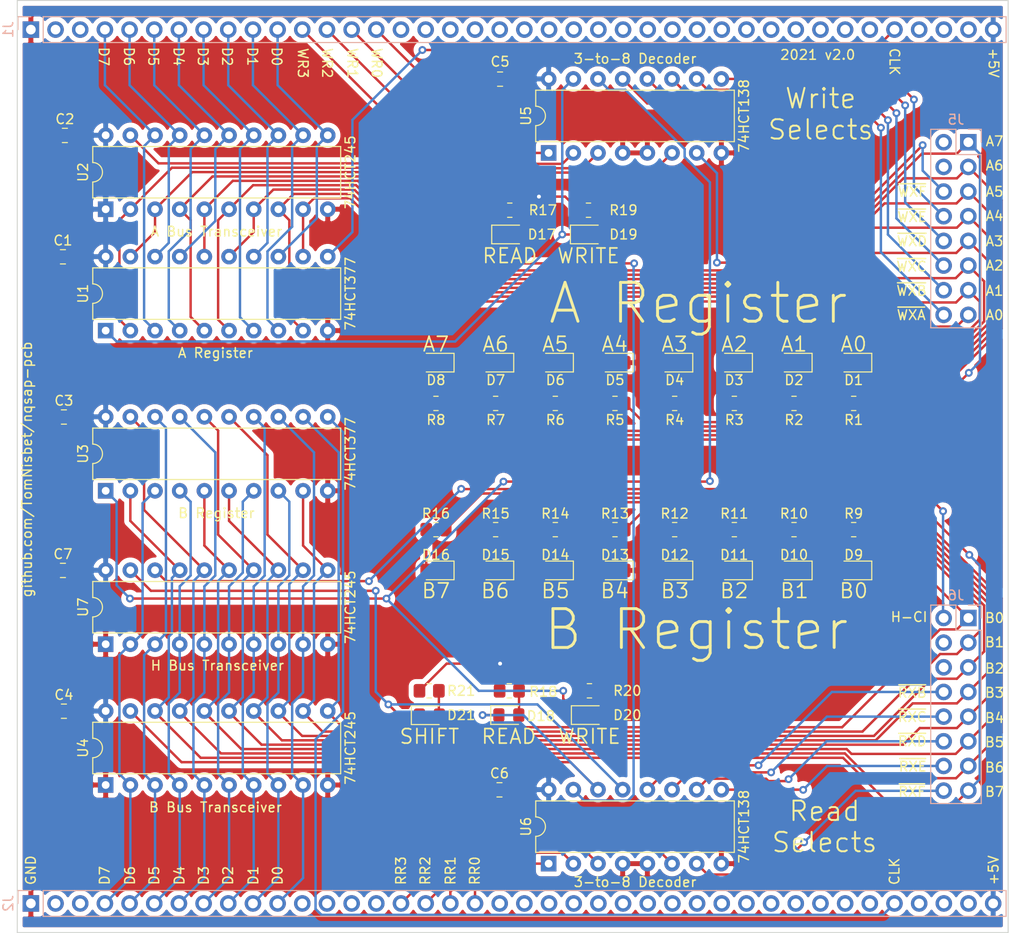
<source format=kicad_pcb>
(kicad_pcb (version 20171130) (host pcbnew "(5.1.9)-1")
  (title_block (title "NQSAP-PCB A and B Registers") (date 2021-11-21) (rev 2.0) (company github.com/TomNisbet/nqsap-pcb))
  (layers (0 F.Cu signal) (31 B.Cu signal) (34 B.Paste user) (35 F.Paste user) (36 B.SilkS user) (37 F.SilkS user) (38 B.Mask user) (39 F.Mask user) (44 Edge.Cuts user))
  (net 0 "")
  (net 1 +5V)
  (net 2 CLK)
  (net 3 RR0)
  (net 4 RR1)
  (net 5 RR2)
  (net 6 RR3)
  (net 7 WR0)
  (net 8 WR1)
  (net 9 WR2)
  (net 10 WR3)
  (net 11 D0)
  (net 12 D1)
  (net 13 D2)
  (net 14 D3)
  (net 15 D4)
  (net 16 D5)
  (net 17 D6)
  (net 18 D7)
  (net 19 GND)
  (net 20 "Net-(J5-Pad4)")
  (net 21 "Net-(J5-Pad2)")
  (net 22 "Net-(D1-Pad2)")
  (net 23 "Net-(D2-Pad2)")
  (net 24 "Net-(D3-Pad2)")
  (net 25 "Net-(D4-Pad2)")
  (net 26 "Net-(D5-Pad2)")
  (net 27 "Net-(D6-Pad2)")
  (net 28 "Net-(D7-Pad2)")
  (net 29 "Net-(D8-Pad2)")
  (net 30 "Net-(D9-Pad2)")
  (net 31 "Net-(D10-Pad2)")
  (net 32 "Net-(D11-Pad2)")
  (net 33 "Net-(D12-Pad2)")
  (net 34 "Net-(D13-Pad2)")
  (net 35 "Net-(D14-Pad2)")
  (net 36 "Net-(D15-Pad2)")
  (net 37 "Net-(D16-Pad2)")
  (net 38 /A0)
  (net 39 /A1)
  (net 40 /A2)
  (net 41 /A3)
  (net 42 /A4)
  (net 43 /A5)
  (net 44 /A6)
  (net 45 /A7)
  (net 46 /B0)
  (net 47 /B1)
  (net 48 /B2)
  (net 49 /B3)
  (net 50 /B4)
  (net 51 /B5)
  (net 52 /B6)
  (net 53 /B7)
  (net 54 ~WA)
  (net 55 ~RA)
  (net 56 ~WB)
  (net 57 ~RB)
  (net 58 ~WXD)
  (net 59 ~WXE)
  (net 60 ~RXD)
  (net 61 ~RXE)
  (net 62 ~WXB)
  (net 63 "Net-(J1-Pad39)")
  (net 64 "Net-(J1-Pad38)")
  (net 65 "Net-(J1-Pad37)")
  (net 66 "Net-(J1-Pad35)")
  (net 67 "Net-(J1-Pad34)")
  (net 68 "Net-(J1-Pad33)")
  (net 69 "Net-(J1-Pad32)")
  (net 70 "Net-(J1-Pad31)")
  (net 71 "Net-(J1-Pad30)")
  (net 72 "Net-(J1-Pad29)")
  (net 73 "Net-(J1-Pad28)")
  (net 74 "Net-(J1-Pad27)")
  (net 75 "Net-(J1-Pad26)")
  (net 76 "Net-(J1-Pad25)")
  (net 77 "Net-(J1-Pad24)")
  (net 78 "Net-(J1-Pad23)")
  (net 79 "Net-(J1-Pad22)")
  (net 80 "Net-(J1-Pad21)")
  (net 81 "Net-(J1-Pad20)")
  (net 82 "Net-(J1-Pad3)")
  (net 83 "Net-(J1-Pad2)")
  (net 84 "Net-(J2-Pad39)")
  (net 85 "Net-(J2-Pad38)")
  (net 86 "Net-(J2-Pad37)")
  (net 87 "Net-(J2-Pad35)")
  (net 88 "Net-(J2-Pad34)")
  (net 89 "Net-(J2-Pad33)")
  (net 90 "Net-(J2-Pad32)")
  (net 91 "Net-(J2-Pad31)")
  (net 92 "Net-(J2-Pad30)")
  (net 93 "Net-(J2-Pad29)")
  (net 94 "Net-(J2-Pad28)")
  (net 95 "Net-(J2-Pad27)")
  (net 96 "Net-(J2-Pad26)")
  (net 97 "Net-(J2-Pad25)")
  (net 98 "Net-(J2-Pad24)")
  (net 99 "Net-(J2-Pad23)")
  (net 100 "Net-(J2-Pad22)")
  (net 101 "Net-(J2-Pad21)")
  (net 102 "Net-(J2-Pad20)")
  (net 103 "Net-(J2-Pad3)")
  (net 104 "Net-(J2-Pad2)")
  (net 105 "Net-(J1-Pad19)")
  (net 106 "Net-(J1-Pad18)")
  (net 107 "Net-(J1-Pad17)")
  (net 108 "Net-(J1-Pad16)")
  (net 109 "Net-(D17-Pad2)")
  (net 110 "Net-(D18-Pad2)")
  (net 111 "Net-(D19-Pad2)")
  (net 112 "Net-(D20-Pad2)")
  (net 113 ~WXA)
  (net 114 ~WXC)
  (net 115 ~RXF)
  (net 116 ~RXC)
  (net 117 ~RXB)
  (net 118 "Net-(D21-Pad2)")
  (net 119 ~RH)
  (net 120 "Net-(J6-Pad6)")
  (net 121 "Net-(J2-Pad15)")
  (net 122 "Net-(J2-Pad14)")
  (net 123 "Net-(J2-Pad13)")
  (net 124 "Net-(J2-Pad12)")
  (net 125 "Net-(J6-Pad4)")
  (net 126 H-CIN)
  (net 127 ~WXF)
  (module Package_DIP:DIP-16_W7.62mm (layer F.Cu) (at 139.7 58.7 90)
    (fp_text reference U5 (at 3.81 -2.33 90) (layer F.SilkS))
    (fp_text value 74HCT138 (at 3.81 20.11 90) (layer F.SilkS))
    (fp_text user "3-to-8 Decoder" (at 9.7 8.9 180) (layer F.SilkS))
    (pad 16 thru_hole oval (at 7.62 0 90) (size 1.6 1.6) (drill 0.8) (layers *.Cu *.Mask) (net 1 +5V))
    (pad 8 thru_hole oval (at 0 17.78 90) (size 1.6 1.6) (drill 0.8) (layers *.Cu *.Mask) (net 19 GND))
    (pad 15 thru_hole oval (at 7.62 2.54 90) (size 1.6 1.6) (drill 0.8) (layers *.Cu *.Mask) (net 54 ~WA))
    (pad 7 thru_hole oval (at 0 15.24 90) (size 1.6 1.6) (drill 0.8) (layers *.Cu *.Mask) (net 127 ~WXF))
    (pad 14 thru_hole oval (at 7.62 5.08 90) (size 1.6 1.6) (drill 0.8) (layers *.Cu *.Mask) (net 56 ~WB))
    (pad 6 thru_hole oval (at 0 12.7 90) (size 1.6 1.6) (drill 0.8) (layers *.Cu *.Mask) (net 10 WR3))
    (pad 13 thru_hole oval (at 7.62 7.62 90) (size 1.6 1.6) (drill 0.8) (layers *.Cu *.Mask) (net 113 ~WXA))
    (pad 5 thru_hole oval (at 0 10.16 90) (size 1.6 1.6) (drill 0.8) (layers *.Cu *.Mask) (net 19 GND))
    (pad 12 thru_hole oval (at 7.62 10.16 90) (size 1.6 1.6) (drill 0.8) (layers *.Cu *.Mask) (net 62 ~WXB))
    (pad 4 thru_hole oval (at 0 7.62 90) (size 1.6 1.6) (drill 0.8) (layers *.Cu *.Mask) (net 19 GND))
    (pad 11 thru_hole oval (at 7.62 12.7 90) (size 1.6 1.6) (drill 0.8) (layers *.Cu *.Mask) (net 114 ~WXC))
    (pad 3 thru_hole oval (at 0 5.08 90) (size 1.6 1.6) (drill 0.8) (layers *.Cu *.Mask) (net 9 WR2))
    (pad 10 thru_hole oval (at 7.62 15.24 90) (size 1.6 1.6) (drill 0.8) (layers *.Cu *.Mask) (net 58 ~WXD))
    (pad 2 thru_hole oval (at 0 2.54 90) (size 1.6 1.6) (drill 0.8) (layers *.Cu *.Mask) (net 8 WR1))
    (pad 9 thru_hole oval (at 7.62 17.78 90) (size 1.6 1.6) (drill 0.8) (layers *.Cu *.Mask) (net 59 ~WXE))
    (pad 1 thru_hole rect (at 0 0 90) (size 1.6 1.6) (drill 0.8) (layers *.Cu *.Mask) (net 7 WR0))
  )
  (module Capacitor_SMD:C_0805_2012Metric_Pad1.18x1.45mm_HandSolder (layer F.Cu) (at 89.7 101.7)
    (fp_text reference C7 (at 0 -1.68) (layer F.SilkS))
    (fp_text value 0.1uF)
    (pad 2 smd roundrect (at 1.0375 0) (size 1.175 1.45) (layers F.Cu F.Paste F.Mask) (roundrect_rratio 0.212766) (net 1 +5V))
    (pad 1 smd roundrect (at -1.0375 0) (size 1.175 1.45) (layers F.Cu F.Paste F.Mask) (roundrect_rratio 0.212766) (net 19 GND))
  )
  (module Package_DIP:DIP-16_W7.62mm (layer F.Cu) (at 139.7 131.9 90)
    (fp_text reference U6 (at 3.81 -2.33 90) (layer F.SilkS))
    (fp_text value 74HCT138 (at 3.81 20.11 90) (layer F.SilkS))
    (fp_text user "3-to-8 Decoder" (at -1.9 8.9 180) (layer F.SilkS))
    (pad 16 thru_hole oval (at 7.62 0 90) (size 1.6 1.6) (drill 0.8) (layers *.Cu *.Mask) (net 1 +5V))
    (pad 8 thru_hole oval (at 0 17.78 90) (size 1.6 1.6) (drill 0.8) (layers *.Cu *.Mask) (net 19 GND))
    (pad 15 thru_hole oval (at 7.62 2.54 90) (size 1.6 1.6) (drill 0.8) (layers *.Cu *.Mask) (net 55 ~RA))
    (pad 7 thru_hole oval (at 0 15.24 90) (size 1.6 1.6) (drill 0.8) (layers *.Cu *.Mask) (net 115 ~RXF))
    (pad 14 thru_hole oval (at 7.62 5.08 90) (size 1.6 1.6) (drill 0.8) (layers *.Cu *.Mask) (net 57 ~RB))
    (pad 6 thru_hole oval (at 0 12.7 90) (size 1.6 1.6) (drill 0.8) (layers *.Cu *.Mask) (net 6 RR3))
    (pad 13 thru_hole oval (at 7.62 7.62 90) (size 1.6 1.6) (drill 0.8) (layers *.Cu *.Mask) (net 119 ~RH))
    (pad 5 thru_hole oval (at 0 10.16 90) (size 1.6 1.6) (drill 0.8) (layers *.Cu *.Mask) (net 19 GND))
    (pad 12 thru_hole oval (at 7.62 10.16 90) (size 1.6 1.6) (drill 0.8) (layers *.Cu *.Mask) (net 117 ~RXB))
    (pad 4 thru_hole oval (at 0 7.62 90) (size 1.6 1.6) (drill 0.8) (layers *.Cu *.Mask) (net 19 GND))
    (pad 11 thru_hole oval (at 7.62 12.7 90) (size 1.6 1.6) (drill 0.8) (layers *.Cu *.Mask) (net 116 ~RXC))
    (pad 3 thru_hole oval (at 0 5.08 90) (size 1.6 1.6) (drill 0.8) (layers *.Cu *.Mask) (net 5 RR2))
    (pad 10 thru_hole oval (at 7.62 15.24 90) (size 1.6 1.6) (drill 0.8) (layers *.Cu *.Mask) (net 60 ~RXD))
    (pad 2 thru_hole oval (at 0 2.54 90) (size 1.6 1.6) (drill 0.8) (layers *.Cu *.Mask) (net 4 RR1))
    (pad 9 thru_hole oval (at 7.62 17.78 90) (size 1.6 1.6) (drill 0.8) (layers *.Cu *.Mask) (net 61 ~RXE))
    (pad 1 thru_hole rect (at 0 0 90) (size 1.6 1.6) (drill 0.8) (layers *.Cu *.Mask) (net 3 RR0))
  )
  (module Package_DIP:DIP-20_W7.62mm (layer F.Cu) (at 94.1 109.3 90)
    (fp_text reference U7 (at 3.81 -2.33 90) (layer F.SilkS))
    (fp_text value 74HCT245 (at 3.81 25.19 90) (layer F.SilkS))
    (fp_text user "H Bus Transceiver" (at -2.2 11.5 180) (layer F.SilkS))
    (pad 20 thru_hole oval (at 7.62 0 90) (size 1.6 1.6) (drill 0.8) (layers *.Cu *.Mask) (net 1 +5V))
    (pad 10 thru_hole oval (at 0 22.86 90) (size 1.6 1.6) (drill 0.8) (layers *.Cu *.Mask) (net 19 GND))
    (pad 19 thru_hole oval (at 7.62 2.54 90) (size 1.6 1.6) (drill 0.8) (layers *.Cu *.Mask) (net 119 ~RH))
    (pad 9 thru_hole oval (at 0 20.32 90) (size 1.6 1.6) (drill 0.8) (layers *.Cu *.Mask) (net 11 D0))
    (pad 18 thru_hole oval (at 7.62 5.08 90) (size 1.6 1.6) (drill 0.8) (layers *.Cu *.Mask) (net 126 H-CIN))
    (pad 8 thru_hole oval (at 0 17.78 90) (size 1.6 1.6) (drill 0.8) (layers *.Cu *.Mask) (net 12 D1))
    (pad 17 thru_hole oval (at 7.62 7.62 90) (size 1.6 1.6) (drill 0.8) (layers *.Cu *.Mask) (net 53 /B7))
    (pad 7 thru_hole oval (at 0 15.24 90) (size 1.6 1.6) (drill 0.8) (layers *.Cu *.Mask) (net 13 D2))
    (pad 16 thru_hole oval (at 7.62 10.16 90) (size 1.6 1.6) (drill 0.8) (layers *.Cu *.Mask) (net 52 /B6))
    (pad 6 thru_hole oval (at 0 12.7 90) (size 1.6 1.6) (drill 0.8) (layers *.Cu *.Mask) (net 14 D3))
    (pad 15 thru_hole oval (at 7.62 12.7 90) (size 1.6 1.6) (drill 0.8) (layers *.Cu *.Mask) (net 51 /B5))
    (pad 5 thru_hole oval (at 0 10.16 90) (size 1.6 1.6) (drill 0.8) (layers *.Cu *.Mask) (net 15 D4))
    (pad 14 thru_hole oval (at 7.62 15.24 90) (size 1.6 1.6) (drill 0.8) (layers *.Cu *.Mask) (net 50 /B4))
    (pad 4 thru_hole oval (at 0 7.62 90) (size 1.6 1.6) (drill 0.8) (layers *.Cu *.Mask) (net 16 D5))
    (pad 13 thru_hole oval (at 7.62 17.78 90) (size 1.6 1.6) (drill 0.8) (layers *.Cu *.Mask) (net 49 /B3))
    (pad 3 thru_hole oval (at 0 5.08 90) (size 1.6 1.6) (drill 0.8) (layers *.Cu *.Mask) (net 17 D6))
    (pad 12 thru_hole oval (at 7.62 20.32 90) (size 1.6 1.6) (drill 0.8) (layers *.Cu *.Mask) (net 48 /B2))
    (pad 2 thru_hole oval (at 0 2.54 90) (size 1.6 1.6) (drill 0.8) (layers *.Cu *.Mask) (net 18 D7))
    (pad 11 thru_hole oval (at 7.62 22.86 90) (size 1.6 1.6) (drill 0.8) (layers *.Cu *.Mask) (net 47 /B1))
    (pad 1 thru_hole rect (at 0 0 90) (size 1.6 1.6) (drill 0.8) (layers *.Cu *.Mask) (net 19 GND))
  )
  (module Resistor_SMD:R_0805_2012Metric_Pad1.20x1.40mm_HandSolder (layer F.Cu) (at 127.4 114.1)
    (fp_text reference R21 (at 3.3 0) (layer F.SilkS))
    (fp_text value R-GN)
    (pad 2 smd roundrect (at 1 0) (size 1.2 1.4) (layers F.Cu F.Paste F.Mask) (roundrect_rratio 0.208333) (net 118 "Net-(D21-Pad2)"))
    (pad 1 smd roundrect (at -1 0) (size 1.2 1.4) (layers F.Cu F.Paste F.Mask) (roundrect_rratio 0.208333) (net 1 +5V))
  )
  (module LED_SMD:LED_0805_2012Metric_Pad1.15x1.40mm_HandSolder (layer F.Cu) (at 127.425 116.615)
    (fp_text reference D21 (at 3.275 -0.015) (layer F.SilkS))
    (fp_text value SHIFT (at 0 2.185) (layer F.SilkS) (effects (font (size 1.5 1.5) (thickness 0.17))))
    (pad 2 smd roundrect (at 1.025 0) (size 1.15 1.4) (layers F.Cu F.Paste F.Mask) (roundrect_rratio 0.217391) (net 118 "Net-(D21-Pad2)"))
    (pad 1 smd roundrect (at -1.025 0) (size 1.15 1.4) (layers F.Cu F.Paste F.Mask) (roundrect_rratio 0.217391) (net 119 ~RH))
  )
  (module Resistor_SMD:R_0805_2012Metric_Pad1.20x1.40mm_HandSolder (layer F.Cu) (at 143.9 114.1)
    (fp_text reference R20 (at 3.9 0) (layer F.SilkS))
    (fp_text value R-RED)
    (pad 2 smd roundrect (at 1 0) (size 1.2 1.4) (layers F.Cu F.Paste F.Mask) (roundrect_rratio 0.2083325) (net 112 "Net-(D20-Pad2)"))
    (pad 1 smd roundrect (at -1 0) (size 1.2 1.4) (layers F.Cu F.Paste F.Mask) (roundrect_rratio 0.2083325) (net 1 +5V))
  )
  (module Resistor_SMD:R_0805_2012Metric_Pad1.20x1.40mm_HandSolder (layer F.Cu) (at 143.8 64.6 180)
    (fp_text reference R19 (at -3.6 0) (layer F.SilkS))
    (fp_text value R-RED)
    (pad 2 smd roundrect (at 1 0 180) (size 1.2 1.4) (layers F.Cu F.Paste F.Mask) (roundrect_rratio 0.2083325) (net 1 +5V))
    (pad 1 smd roundrect (at -1 0 180) (size 1.2 1.4) (layers F.Cu F.Paste F.Mask) (roundrect_rratio 0.2083325) (net 111 "Net-(D19-Pad2)"))
  )
  (module Resistor_SMD:R_0805_2012Metric_Pad1.20x1.40mm_HandSolder (layer F.Cu) (at 135.65 114.1)
    (fp_text reference R18 (at 3.5 0.1) (layer F.SilkS))
    (fp_text value R-GN)
    (pad 2 smd roundrect (at 1 0) (size 1.2 1.4) (layers F.Cu F.Paste F.Mask) (roundrect_rratio 0.2083325) (net 110 "Net-(D18-Pad2)"))
    (pad 1 smd roundrect (at -1 0) (size 1.2 1.4) (layers F.Cu F.Paste F.Mask) (roundrect_rratio 0.2083325) (net 1 +5V))
  )
  (module Resistor_SMD:R_0805_2012Metric_Pad1.20x1.40mm_HandSolder (layer F.Cu) (at 135.7 64.6)
    (fp_text reference R17 (at 3.4 0) (layer F.SilkS))
    (fp_text value R-GN)
    (pad 2 smd roundrect (at 1 0) (size 1.2 1.4) (layers F.Cu F.Paste F.Mask) (roundrect_rratio 0.2083325) (net 109 "Net-(D17-Pad2)"))
    (pad 1 smd roundrect (at -1 0) (size 1.2 1.4) (layers F.Cu F.Paste F.Mask) (roundrect_rratio 0.2083325) (net 1 +5V))
  )
  (module LED_SMD:LED_0805_2012Metric_Pad1.15x1.40mm_HandSolder (layer F.Cu) (at 143.9 116.6)
    (fp_text reference D20 (at 3.9 0) (layer F.SilkS))
    (fp_text value WRITE (at 0 2.2) (layer F.SilkS) (effects (font (size 1.5 1.5) (thickness 0.17))))
    (pad 2 smd roundrect (at 1.025 0) (size 1.15 1.4) (layers F.Cu F.Paste F.Mask) (roundrect_rratio 0.2173904347826087) (net 112 "Net-(D20-Pad2)"))
    (pad 1 smd roundrect (at -1.025 0) (size 1.15 1.4) (layers F.Cu F.Paste F.Mask) (roundrect_rratio 0.2173904347826087) (net 56 ~WB))
  )
  (module LED_SMD:LED_0805_2012Metric_Pad1.15x1.40mm_HandSolder (layer F.Cu) (at 143.8 67.1)
    (fp_text reference D19 (at 3.6 0) (layer F.SilkS))
    (fp_text value WRITE (at 0 2.2) (layer F.SilkS) (effects (font (size 1.5 1.5) (thickness 0.17))))
    (pad 2 smd roundrect (at 1.025 0) (size 1.15 1.4) (layers F.Cu F.Paste F.Mask) (roundrect_rratio 0.2173904347826087) (net 111 "Net-(D19-Pad2)"))
    (pad 1 smd roundrect (at -1.025 0) (size 1.15 1.4) (layers F.Cu F.Paste F.Mask) (roundrect_rratio 0.2173904347826087) (net 54 ~WA))
  )
  (module LED_SMD:LED_0805_2012Metric_Pad1.15x1.40mm_HandSolder (layer F.Cu) (at 135.6 116.6)
    (fp_text reference D18 (at 3.3 0.1) (layer F.SilkS))
    (fp_text value READ (at 0 2.2) (layer F.SilkS) (effects (font (size 1.5 1.5) (thickness 0.17))))
    (pad 2 smd roundrect (at 1.025 0) (size 1.15 1.4) (layers F.Cu F.Paste F.Mask) (roundrect_rratio 0.2173904347826087) (net 110 "Net-(D18-Pad2)"))
    (pad 1 smd roundrect (at -1.025 0) (size 1.15 1.4) (layers F.Cu F.Paste F.Mask) (roundrect_rratio 0.2173904347826087) (net 57 ~RB))
  )
  (module LED_SMD:LED_0805_2012Metric_Pad1.15x1.40mm_HandSolder (layer F.Cu) (at 135.7 67.1)
    (fp_text reference D17 (at 3.3 0) (layer F.SilkS))
    (fp_text value READ (at 0 2.2) (layer F.SilkS) (effects (font (size 1.5 1.5) (thickness 0.17))))
    (pad 2 smd roundrect (at 1.025 0) (size 1.15 1.4) (layers F.Cu F.Paste F.Mask) (roundrect_rratio 0.2173904347826087) (net 109 "Net-(D17-Pad2)"))
    (pad 1 smd roundrect (at -1.025 0) (size 1.15 1.4) (layers F.Cu F.Paste F.Mask) (roundrect_rratio 0.2173904347826087) (net 55 ~RA))
  )
  (module Capacitor_SMD:C_0805_2012Metric_Pad1.18x1.45mm_HandSolder (layer F.Cu) (at 89.8 116.2)
    (fp_text reference C4 (at 0 -1.68) (layer F.SilkS))
    (fp_text value 0.1uF)
    (pad 2 smd roundrect (at 1.0375 0) (size 1.175 1.45) (layers F.Cu F.Paste F.Mask) (roundrect_rratio 0.2127659574468085) (net 1 +5V))
    (pad 1 smd roundrect (at -1.0375 0) (size 1.175 1.45) (layers F.Cu F.Paste F.Mask) (roundrect_rratio 0.2127659574468085) (net 19 GND))
  )
  (module Capacitor_SMD:C_0805_2012Metric_Pad1.18x1.45mm_HandSolder (layer F.Cu) (at 89.8 85.9)
    (fp_text reference C3 (at 0 -1.68) (layer F.SilkS))
    (fp_text value 0.1uF)
    (pad 2 smd roundrect (at 1.0375 0) (size 1.175 1.45) (layers F.Cu F.Paste F.Mask) (roundrect_rratio 0.2127659574468085) (net 1 +5V))
    (pad 1 smd roundrect (at -1.0375 0) (size 1.175 1.45) (layers F.Cu F.Paste F.Mask) (roundrect_rratio 0.2127659574468085) (net 19 GND))
  )
  (module Capacitor_SMD:C_0805_2012Metric_Pad1.18x1.45mm_HandSolder (layer F.Cu) (at 89.9 56.9)
    (fp_text reference C2 (at 0 -1.68) (layer F.SilkS))
    (fp_text value 0.1uF)
    (pad 2 smd roundrect (at 1.0375 0) (size 1.175 1.45) (layers F.Cu F.Paste F.Mask) (roundrect_rratio 0.2127659574468085) (net 1 +5V))
    (pad 1 smd roundrect (at -1.0375 0) (size 1.175 1.45) (layers F.Cu F.Paste F.Mask) (roundrect_rratio 0.2127659574468085) (net 19 GND))
  )
  (module Capacitor_SMD:C_0805_2012Metric_Pad1.18x1.45mm_HandSolder (layer F.Cu) (at 89.7 69.4)
    (fp_text reference C1 (at 0 -1.68) (layer F.SilkS))
    (fp_text value 0.1uF)
    (pad 2 smd roundrect (at 1.0375 0) (size 1.175 1.45) (layers F.Cu F.Paste F.Mask) (roundrect_rratio 0.2127659574468085) (net 1 +5V))
    (pad 1 smd roundrect (at -1.0375 0) (size 1.175 1.45) (layers F.Cu F.Paste F.Mask) (roundrect_rratio 0.2127659574468085) (net 19 GND))
  )
  (module Capacitor_SMD:C_0805_2012Metric_Pad1.18x1.45mm_HandSolder (layer F.Cu) (at 134.6375 124.3)
    (fp_text reference C6 (at 0 -1.7) (layer F.SilkS))
    (fp_text value 0.1uF)
    (pad 2 smd roundrect (at 1.0375 0) (size 1.175 1.45) (layers F.Cu F.Paste F.Mask) (roundrect_rratio 0.2127659574468085) (net 1 +5V))
    (pad 1 smd roundrect (at -1.0375 0) (size 1.175 1.45) (layers F.Cu F.Paste F.Mask) (roundrect_rratio 0.2127659574468085) (net 19 GND))
  )
  (module Capacitor_SMD:C_0805_2012Metric_Pad1.18x1.45mm_HandSolder (layer F.Cu) (at 134.7 51.1)
    (fp_text reference C5 (at 0 -1.8) (layer F.SilkS))
    (fp_text value 0.1uF)
    (pad 2 smd roundrect (at 1.0375 0) (size 1.175 1.45) (layers F.Cu F.Paste F.Mask) (roundrect_rratio 0.2127659574468085) (net 1 +5V))
    (pad 1 smd roundrect (at -1.0375 0) (size 1.175 1.45) (layers F.Cu F.Paste F.Mask) (roundrect_rratio 0.2127659574468085) (net 19 GND))
  )
  (module Package_DIP:DIP-20_W7.62mm (layer F.Cu) (at 94.1 64.5 90)
    (fp_text reference U2 (at 3.81 -2.33 90) (layer F.SilkS))
    (fp_text value 74HCT245 (at 3.81 25.19 90) (layer F.SilkS))
    (fp_text user "A Bus Transceiver" (at -2.3 11.4) (layer F.SilkS))
    (pad 20 thru_hole oval (at 7.62 0 90) (size 1.6 1.6) (drill 0.8) (layers *.Cu *.Mask) (net 1 +5V))
    (pad 10 thru_hole oval (at 0 22.86 90) (size 1.6 1.6) (drill 0.8) (layers *.Cu *.Mask) (net 19 GND))
    (pad 19 thru_hole oval (at 7.62 2.54 90) (size 1.6 1.6) (drill 0.8) (layers *.Cu *.Mask) (net 55 ~RA))
    (pad 9 thru_hole oval (at 0 20.32 90) (size 1.6 1.6) (drill 0.8) (layers *.Cu *.Mask) (net 38 /A0))
    (pad 18 thru_hole oval (at 7.62 5.08 90) (size 1.6 1.6) (drill 0.8) (layers *.Cu *.Mask) (net 18 D7))
    (pad 8 thru_hole oval (at 0 17.78 90) (size 1.6 1.6) (drill 0.8) (layers *.Cu *.Mask) (net 39 /A1))
    (pad 17 thru_hole oval (at 7.62 7.62 90) (size 1.6 1.6) (drill 0.8) (layers *.Cu *.Mask) (net 17 D6))
    (pad 7 thru_hole oval (at 0 15.24 90) (size 1.6 1.6) (drill 0.8) (layers *.Cu *.Mask) (net 40 /A2))
    (pad 16 thru_hole oval (at 7.62 10.16 90) (size 1.6 1.6) (drill 0.8) (layers *.Cu *.Mask) (net 16 D5))
    (pad 6 thru_hole oval (at 0 12.7 90) (size 1.6 1.6) (drill 0.8) (layers *.Cu *.Mask) (net 41 /A3))
    (pad 15 thru_hole oval (at 7.62 12.7 90) (size 1.6 1.6) (drill 0.8) (layers *.Cu *.Mask) (net 15 D4))
    (pad 5 thru_hole oval (at 0 10.16 90) (size 1.6 1.6) (drill 0.8) (layers *.Cu *.Mask) (net 42 /A4))
    (pad 14 thru_hole oval (at 7.62 15.24 90) (size 1.6 1.6) (drill 0.8) (layers *.Cu *.Mask) (net 14 D3))
    (pad 4 thru_hole oval (at 0 7.62 90) (size 1.6 1.6) (drill 0.8) (layers *.Cu *.Mask) (net 43 /A5))
    (pad 13 thru_hole oval (at 7.62 17.78 90) (size 1.6 1.6) (drill 0.8) (layers *.Cu *.Mask) (net 13 D2))
    (pad 3 thru_hole oval (at 0 5.08 90) (size 1.6 1.6) (drill 0.8) (layers *.Cu *.Mask) (net 44 /A6))
    (pad 12 thru_hole oval (at 7.62 20.32 90) (size 1.6 1.6) (drill 0.8) (layers *.Cu *.Mask) (net 12 D1))
    (pad 2 thru_hole oval (at 0 2.54 90) (size 1.6 1.6) (drill 0.8) (layers *.Cu *.Mask) (net 45 /A7))
    (pad 11 thru_hole oval (at 7.62 22.86 90) (size 1.6 1.6) (drill 0.8) (layers *.Cu *.Mask) (net 11 D0))
    (pad 1 thru_hole rect (at 0 0 90) (size 1.6 1.6) (drill 0.8) (layers *.Cu *.Mask) (net 1 +5V))
  )
  (module Package_DIP:DIP-20_W7.62mm (layer F.Cu) (at 94.1 77 90)
    (fp_text reference U1 (at 3.81 -2.33 90) (layer F.SilkS))
    (fp_text value 74HCT377 (at 3.81 25.19 90) (layer F.SilkS))
    (fp_text user "A Register" (at -2.3 11.3) (layer F.SilkS))
    (pad 20 thru_hole oval (at 7.62 0 90) (size 1.6 1.6) (drill 0.8) (layers *.Cu *.Mask) (net 1 +5V))
    (pad 10 thru_hole oval (at 0 22.86 90) (size 1.6 1.6) (drill 0.8) (layers *.Cu *.Mask) (net 19 GND))
    (pad 19 thru_hole oval (at 7.62 2.54 90) (size 1.6 1.6) (drill 0.8) (layers *.Cu *.Mask) (net 44 /A6))
    (pad 9 thru_hole oval (at 0 20.32 90) (size 1.6 1.6) (drill 0.8) (layers *.Cu *.Mask) (net 39 /A1))
    (pad 18 thru_hole oval (at 7.62 5.08 90) (size 1.6 1.6) (drill 0.8) (layers *.Cu *.Mask) (net 17 D6))
    (pad 8 thru_hole oval (at 0 17.78 90) (size 1.6 1.6) (drill 0.8) (layers *.Cu *.Mask) (net 12 D1))
    (pad 17 thru_hole oval (at 7.62 7.62 90) (size 1.6 1.6) (drill 0.8) (layers *.Cu *.Mask) (net 15 D4))
    (pad 7 thru_hole oval (at 0 15.24 90) (size 1.6 1.6) (drill 0.8) (layers *.Cu *.Mask) (net 14 D3))
    (pad 16 thru_hole oval (at 7.62 10.16 90) (size 1.6 1.6) (drill 0.8) (layers *.Cu *.Mask) (net 42 /A4))
    (pad 6 thru_hole oval (at 0 12.7 90) (size 1.6 1.6) (drill 0.8) (layers *.Cu *.Mask) (net 41 /A3))
    (pad 15 thru_hole oval (at 7.62 12.7 90) (size 1.6 1.6) (drill 0.8) (layers *.Cu *.Mask) (net 40 /A2))
    (pad 5 thru_hole oval (at 0 10.16 90) (size 1.6 1.6) (drill 0.8) (layers *.Cu *.Mask) (net 43 /A5))
    (pad 14 thru_hole oval (at 7.62 15.24 90) (size 1.6 1.6) (drill 0.8) (layers *.Cu *.Mask) (net 13 D2))
    (pad 4 thru_hole oval (at 0 7.62 90) (size 1.6 1.6) (drill 0.8) (layers *.Cu *.Mask) (net 16 D5))
    (pad 13 thru_hole oval (at 7.62 17.78 90) (size 1.6 1.6) (drill 0.8) (layers *.Cu *.Mask) (net 11 D0))
    (pad 3 thru_hole oval (at 0 5.08 90) (size 1.6 1.6) (drill 0.8) (layers *.Cu *.Mask) (net 18 D7))
    (pad 12 thru_hole oval (at 7.62 20.32 90) (size 1.6 1.6) (drill 0.8) (layers *.Cu *.Mask) (net 38 /A0))
    (pad 2 thru_hole oval (at 0 2.54 90) (size 1.6 1.6) (drill 0.8) (layers *.Cu *.Mask) (net 45 /A7))
    (pad 11 thru_hole oval (at 7.62 22.86 90) (size 1.6 1.6) (drill 0.8) (layers *.Cu *.Mask) (net 2 CLK))
    (pad 1 thru_hole rect (at 0 0 90) (size 1.6 1.6) (drill 0.8) (layers *.Cu *.Mask) (net 54 ~WA))
  )
  (module Connector_PinHeader_2.54mm:PinHeader_2x08_P2.54mm_Vertical (layer B.Cu) (at 182.9 106.6 180)
    (fp_text reference J6 (at 1.27 2.33) (layer B.SilkS) (effects (justify mirror)))
    (fp_text value Conn_02x08)
    (pad 16 thru_hole oval (at 2.54 -17.78 180) (size 1.7 1.7) (drill 1) (layers *.Cu *.Mask) (net 115 ~RXF))
    (pad 15 thru_hole oval (at 0 -17.78 180) (size 1.7 1.7) (drill 1) (layers *.Cu *.Mask) (net 53 /B7))
    (pad 14 thru_hole oval (at 2.54 -15.24 180) (size 1.7 1.7) (drill 1) (layers *.Cu *.Mask) (net 61 ~RXE))
    (pad 13 thru_hole oval (at 0 -15.24 180) (size 1.7 1.7) (drill 1) (layers *.Cu *.Mask) (net 52 /B6))
    (pad 12 thru_hole oval (at 2.54 -12.7 180) (size 1.7 1.7) (drill 1) (layers *.Cu *.Mask) (net 60 ~RXD))
    (pad 11 thru_hole oval (at 0 -12.7 180) (size 1.7 1.7) (drill 1) (layers *.Cu *.Mask) (net 51 /B5))
    (pad 10 thru_hole oval (at 2.54 -10.16 180) (size 1.7 1.7) (drill 1) (layers *.Cu *.Mask) (net 116 ~RXC))
    (pad 9 thru_hole oval (at 0 -10.16 180) (size 1.7 1.7) (drill 1) (layers *.Cu *.Mask) (net 50 /B4))
    (pad 8 thru_hole oval (at 2.54 -7.62 180) (size 1.7 1.7) (drill 1) (layers *.Cu *.Mask) (net 117 ~RXB))
    (pad 7 thru_hole oval (at 0 -7.62 180) (size 1.7 1.7) (drill 1) (layers *.Cu *.Mask) (net 49 /B3))
    (pad 6 thru_hole oval (at 2.54 -5.08 180) (size 1.7 1.7) (drill 1) (layers *.Cu *.Mask) (net 120 "Net-(J6-Pad6)"))
    (pad 5 thru_hole oval (at 0 -5.08 180) (size 1.7 1.7) (drill 1) (layers *.Cu *.Mask) (net 48 /B2))
    (pad 4 thru_hole oval (at 2.54 -2.54 180) (size 1.7 1.7) (drill 1) (layers *.Cu *.Mask) (net 125 "Net-(J6-Pad4)"))
    (pad 3 thru_hole oval (at 0 -2.54 180) (size 1.7 1.7) (drill 1) (layers *.Cu *.Mask) (net 47 /B1))
    (pad 2 thru_hole oval (at 2.54 0 180) (size 1.7 1.7) (drill 1) (layers *.Cu *.Mask) (net 126 H-CIN))
    (pad 1 thru_hole rect (at 0 0 180) (size 1.7 1.7) (drill 1) (layers *.Cu *.Mask) (net 46 /B0))
  )
  (module Package_DIP:DIP-20_W7.62mm (layer F.Cu) (at 94.1 123.8 90)
    (fp_text reference U4 (at 3.81 -2.33 90) (layer F.SilkS))
    (fp_text value 74HCT245 (at 3.81 25.19 90) (layer F.SilkS))
    (fp_text user "B Bus Transceiver" (at -2.3 11.3) (layer F.SilkS))
    (pad 20 thru_hole oval (at 7.62 0 90) (size 1.6 1.6) (drill 0.8) (layers *.Cu *.Mask) (net 1 +5V))
    (pad 10 thru_hole oval (at 0 22.86 90) (size 1.6 1.6) (drill 0.8) (layers *.Cu *.Mask) (net 19 GND))
    (pad 19 thru_hole oval (at 7.62 2.54 90) (size 1.6 1.6) (drill 0.8) (layers *.Cu *.Mask) (net 57 ~RB))
    (pad 9 thru_hole oval (at 0 20.32 90) (size 1.6 1.6) (drill 0.8) (layers *.Cu *.Mask) (net 11 D0))
    (pad 18 thru_hole oval (at 7.62 5.08 90) (size 1.6 1.6) (drill 0.8) (layers *.Cu *.Mask) (net 53 /B7))
    (pad 8 thru_hole oval (at 0 17.78 90) (size 1.6 1.6) (drill 0.8) (layers *.Cu *.Mask) (net 12 D1))
    (pad 17 thru_hole oval (at 7.62 7.62 90) (size 1.6 1.6) (drill 0.8) (layers *.Cu *.Mask) (net 52 /B6))
    (pad 7 thru_hole oval (at 0 15.24 90) (size 1.6 1.6) (drill 0.8) (layers *.Cu *.Mask) (net 13 D2))
    (pad 16 thru_hole oval (at 7.62 10.16 90) (size 1.6 1.6) (drill 0.8) (layers *.Cu *.Mask) (net 51 /B5))
    (pad 6 thru_hole oval (at 0 12.7 90) (size 1.6 1.6) (drill 0.8) (layers *.Cu *.Mask) (net 14 D3))
    (pad 15 thru_hole oval (at 7.62 12.7 90) (size 1.6 1.6) (drill 0.8) (layers *.Cu *.Mask) (net 50 /B4))
    (pad 5 thru_hole oval (at 0 10.16 90) (size 1.6 1.6) (drill 0.8) (layers *.Cu *.Mask) (net 15 D4))
    (pad 14 thru_hole oval (at 7.62 15.24 90) (size 1.6 1.6) (drill 0.8) (layers *.Cu *.Mask) (net 49 /B3))
    (pad 4 thru_hole oval (at 0 7.62 90) (size 1.6 1.6) (drill 0.8) (layers *.Cu *.Mask) (net 16 D5))
    (pad 13 thru_hole oval (at 7.62 17.78 90) (size 1.6 1.6) (drill 0.8) (layers *.Cu *.Mask) (net 48 /B2))
    (pad 3 thru_hole oval (at 0 5.08 90) (size 1.6 1.6) (drill 0.8) (layers *.Cu *.Mask) (net 17 D6))
    (pad 12 thru_hole oval (at 7.62 20.32 90) (size 1.6 1.6) (drill 0.8) (layers *.Cu *.Mask) (net 47 /B1))
    (pad 2 thru_hole oval (at 0 2.54 90) (size 1.6 1.6) (drill 0.8) (layers *.Cu *.Mask) (net 18 D7))
    (pad 11 thru_hole oval (at 7.62 22.86 90) (size 1.6 1.6) (drill 0.8) (layers *.Cu *.Mask) (net 46 /B0))
    (pad 1 thru_hole rect (at 0 0 90) (size 1.6 1.6) (drill 0.8) (layers *.Cu *.Mask) (net 19 GND))
  )
  (module Package_DIP:DIP-20_W7.62mm (layer F.Cu) (at 94.1 93.5 90)
    (fp_text reference U3 (at 3.81 -2.33 90) (layer F.SilkS))
    (fp_text value 74HCT377 (at 3.81 25.19 90) (layer F.SilkS))
    (fp_text user "B Register" (at -2.3 11.4) (layer F.SilkS))
    (pad 20 thru_hole oval (at 7.62 0 90) (size 1.6 1.6) (drill 0.8) (layers *.Cu *.Mask) (net 1 +5V))
    (pad 10 thru_hole oval (at 0 22.86 90) (size 1.6 1.6) (drill 0.8) (layers *.Cu *.Mask) (net 19 GND))
    (pad 19 thru_hole oval (at 7.62 2.54 90) (size 1.6 1.6) (drill 0.8) (layers *.Cu *.Mask) (net 52 /B6))
    (pad 9 thru_hole oval (at 0 20.32 90) (size 1.6 1.6) (drill 0.8) (layers *.Cu *.Mask) (net 47 /B1))
    (pad 18 thru_hole oval (at 7.62 5.08 90) (size 1.6 1.6) (drill 0.8) (layers *.Cu *.Mask) (net 17 D6))
    (pad 8 thru_hole oval (at 0 17.78 90) (size 1.6 1.6) (drill 0.8) (layers *.Cu *.Mask) (net 12 D1))
    (pad 17 thru_hole oval (at 7.62 7.62 90) (size 1.6 1.6) (drill 0.8) (layers *.Cu *.Mask) (net 15 D4))
    (pad 7 thru_hole oval (at 0 15.24 90) (size 1.6 1.6) (drill 0.8) (layers *.Cu *.Mask) (net 14 D3))
    (pad 16 thru_hole oval (at 7.62 10.16 90) (size 1.6 1.6) (drill 0.8) (layers *.Cu *.Mask) (net 50 /B4))
    (pad 6 thru_hole oval (at 0 12.7 90) (size 1.6 1.6) (drill 0.8) (layers *.Cu *.Mask) (net 49 /B3))
    (pad 15 thru_hole oval (at 7.62 12.7 90) (size 1.6 1.6) (drill 0.8) (layers *.Cu *.Mask) (net 48 /B2))
    (pad 5 thru_hole oval (at 0 10.16 90) (size 1.6 1.6) (drill 0.8) (layers *.Cu *.Mask) (net 51 /B5))
    (pad 14 thru_hole oval (at 7.62 15.24 90) (size 1.6 1.6) (drill 0.8) (layers *.Cu *.Mask) (net 13 D2))
    (pad 4 thru_hole oval (at 0 7.62 90) (size 1.6 1.6) (drill 0.8) (layers *.Cu *.Mask) (net 16 D5))
    (pad 13 thru_hole oval (at 7.62 17.78 90) (size 1.6 1.6) (drill 0.8) (layers *.Cu *.Mask) (net 11 D0))
    (pad 3 thru_hole oval (at 0 5.08 90) (size 1.6 1.6) (drill 0.8) (layers *.Cu *.Mask) (net 18 D7))
    (pad 12 thru_hole oval (at 7.62 20.32 90) (size 1.6 1.6) (drill 0.8) (layers *.Cu *.Mask) (net 46 /B0))
    (pad 2 thru_hole oval (at 0 2.54 90) (size 1.6 1.6) (drill 0.8) (layers *.Cu *.Mask) (net 53 /B7))
    (pad 11 thru_hole oval (at 7.62 22.86 90) (size 1.6 1.6) (drill 0.8) (layers *.Cu *.Mask) (net 2 CLK))
    (pad 1 thru_hole rect (at 0 0 90) (size 1.6 1.6) (drill 0.8) (layers *.Cu *.Mask) (net 56 ~WB))
  )
  (module Resistor_SMD:R_0805_2012Metric_Pad1.20x1.40mm_HandSolder (layer F.Cu) (at 128.1 97.5)
    (fp_text reference R16 (at 0 -1.65) (layer F.SilkS))
    (fp_text value R-RED)
    (pad 2 smd roundrect (at 1 0) (size 1.2 1.4) (layers F.Cu F.Paste F.Mask) (roundrect_rratio 0.2083325) (net 53 /B7))
    (pad 1 smd roundrect (at -1 0) (size 1.2 1.4) (layers F.Cu F.Paste F.Mask) (roundrect_rratio 0.2083325) (net 37 "Net-(D16-Pad2)"))
  )
  (module Resistor_SMD:R_0805_2012Metric_Pad1.20x1.40mm_HandSolder (layer F.Cu) (at 134.242857 97.5)
    (fp_text reference R15 (at 0 -1.65) (layer F.SilkS))
    (fp_text value R-RED)
    (pad 2 smd roundrect (at 1 0) (size 1.2 1.4) (layers F.Cu F.Paste F.Mask) (roundrect_rratio 0.2083325) (net 52 /B6))
    (pad 1 smd roundrect (at -1 0) (size 1.2 1.4) (layers F.Cu F.Paste F.Mask) (roundrect_rratio 0.2083325) (net 36 "Net-(D15-Pad2)"))
  )
  (module Resistor_SMD:R_0805_2012Metric_Pad1.20x1.40mm_HandSolder (layer F.Cu) (at 140.385714 97.5)
    (fp_text reference R14 (at 0 -1.65) (layer F.SilkS))
    (fp_text value R-RED)
    (pad 2 smd roundrect (at 1 0) (size 1.2 1.4) (layers F.Cu F.Paste F.Mask) (roundrect_rratio 0.2083325) (net 51 /B5))
    (pad 1 smd roundrect (at -1 0) (size 1.2 1.4) (layers F.Cu F.Paste F.Mask) (roundrect_rratio 0.2083325) (net 35 "Net-(D14-Pad2)"))
  )
  (module Resistor_SMD:R_0805_2012Metric_Pad1.20x1.40mm_HandSolder (layer F.Cu) (at 146.528571 97.5)
    (fp_text reference R13 (at 0 -1.65) (layer F.SilkS))
    (fp_text value R-RED)
    (pad 2 smd roundrect (at 1 0) (size 1.2 1.4) (layers F.Cu F.Paste F.Mask) (roundrect_rratio 0.2083325) (net 50 /B4))
    (pad 1 smd roundrect (at -1 0) (size 1.2 1.4) (layers F.Cu F.Paste F.Mask) (roundrect_rratio 0.2083325) (net 34 "Net-(D13-Pad2)"))
  )
  (module Resistor_SMD:R_0805_2012Metric_Pad1.20x1.40mm_HandSolder (layer F.Cu) (at 152.671428 97.5)
    (fp_text reference R12 (at 0 -1.65) (layer F.SilkS))
    (fp_text value R-RED)
    (pad 2 smd roundrect (at 1 0) (size 1.2 1.4) (layers F.Cu F.Paste F.Mask) (roundrect_rratio 0.2083325) (net 49 /B3))
    (pad 1 smd roundrect (at -1 0) (size 1.2 1.4) (layers F.Cu F.Paste F.Mask) (roundrect_rratio 0.2083325) (net 33 "Net-(D12-Pad2)"))
  )
  (module Resistor_SMD:R_0805_2012Metric_Pad1.20x1.40mm_HandSolder (layer F.Cu) (at 158.814285 97.5)
    (fp_text reference R11 (at 0 -1.65) (layer F.SilkS))
    (fp_text value R-RED)
    (pad 2 smd roundrect (at 1 0) (size 1.2 1.4) (layers F.Cu F.Paste F.Mask) (roundrect_rratio 0.2083325) (net 48 /B2))
    (pad 1 smd roundrect (at -1 0) (size 1.2 1.4) (layers F.Cu F.Paste F.Mask) (roundrect_rratio 0.2083325) (net 32 "Net-(D11-Pad2)"))
  )
  (module Resistor_SMD:R_0805_2012Metric_Pad1.20x1.40mm_HandSolder (layer F.Cu) (at 164.957142 97.5)
    (fp_text reference R10 (at 0 -1.65) (layer F.SilkS))
    (fp_text value R-RED)
    (pad 2 smd roundrect (at 1 0) (size 1.2 1.4) (layers F.Cu F.Paste F.Mask) (roundrect_rratio 0.2083325) (net 47 /B1))
    (pad 1 smd roundrect (at -1 0) (size 1.2 1.4) (layers F.Cu F.Paste F.Mask) (roundrect_rratio 0.2083325) (net 31 "Net-(D10-Pad2)"))
  )
  (module Resistor_SMD:R_0805_2012Metric_Pad1.20x1.40mm_HandSolder (layer F.Cu) (at 171.1 97.5)
    (fp_text reference R9 (at 0 -1.65) (layer F.SilkS))
    (fp_text value R-RED)
    (pad 2 smd roundrect (at 1 0) (size 1.2 1.4) (layers F.Cu F.Paste F.Mask) (roundrect_rratio 0.2083325) (net 46 /B0))
    (pad 1 smd roundrect (at -1 0) (size 1.2 1.4) (layers F.Cu F.Paste F.Mask) (roundrect_rratio 0.2083325) (net 30 "Net-(D9-Pad2)"))
  )
  (module Resistor_SMD:R_0805_2012Metric_Pad1.20x1.40mm_HandSolder (layer F.Cu) (at 128.1 84.5)
    (fp_text reference R8 (at 0 1.7) (layer F.SilkS))
    (fp_text value R-RED)
    (pad 2 smd roundrect (at 1 0) (size 1.2 1.4) (layers F.Cu F.Paste F.Mask) (roundrect_rratio 0.2083325) (net 45 /A7))
    (pad 1 smd roundrect (at -1 0) (size 1.2 1.4) (layers F.Cu F.Paste F.Mask) (roundrect_rratio 0.2083325) (net 29 "Net-(D8-Pad2)"))
  )
  (module Resistor_SMD:R_0805_2012Metric_Pad1.20x1.40mm_HandSolder (layer F.Cu) (at 134.242857 84.5)
    (fp_text reference R7 (at 0 1.7) (layer F.SilkS))
    (fp_text value R-RED)
    (pad 2 smd roundrect (at 1 0) (size 1.2 1.4) (layers F.Cu F.Paste F.Mask) (roundrect_rratio 0.2083325) (net 44 /A6))
    (pad 1 smd roundrect (at -1 0) (size 1.2 1.4) (layers F.Cu F.Paste F.Mask) (roundrect_rratio 0.2083325) (net 28 "Net-(D7-Pad2)"))
  )
  (module Resistor_SMD:R_0805_2012Metric_Pad1.20x1.40mm_HandSolder (layer F.Cu) (at 140.385714 84.5)
    (fp_text reference R6 (at 0 1.7) (layer F.SilkS))
    (fp_text value R-RED)
    (pad 2 smd roundrect (at 1 0) (size 1.2 1.4) (layers F.Cu F.Paste F.Mask) (roundrect_rratio 0.2083325) (net 43 /A5))
    (pad 1 smd roundrect (at -1 0) (size 1.2 1.4) (layers F.Cu F.Paste F.Mask) (roundrect_rratio 0.2083325) (net 27 "Net-(D6-Pad2)"))
  )
  (module Resistor_SMD:R_0805_2012Metric_Pad1.20x1.40mm_HandSolder (layer F.Cu) (at 146.528571 84.5)
    (fp_text reference R5 (at 0 1.7) (layer F.SilkS))
    (fp_text value R-RED)
    (pad 2 smd roundrect (at 1 0) (size 1.2 1.4) (layers F.Cu F.Paste F.Mask) (roundrect_rratio 0.2083325) (net 42 /A4))
    (pad 1 smd roundrect (at -1 0) (size 1.2 1.4) (layers F.Cu F.Paste F.Mask) (roundrect_rratio 0.2083325) (net 26 "Net-(D5-Pad2)"))
  )
  (module Resistor_SMD:R_0805_2012Metric_Pad1.20x1.40mm_HandSolder (layer F.Cu) (at 152.671428 84.5)
    (fp_text reference R4 (at 0 1.7) (layer F.SilkS))
    (fp_text value R-RED)
    (pad 2 smd roundrect (at 1 0) (size 1.2 1.4) (layers F.Cu F.Paste F.Mask) (roundrect_rratio 0.2083325) (net 41 /A3))
    (pad 1 smd roundrect (at -1 0) (size 1.2 1.4) (layers F.Cu F.Paste F.Mask) (roundrect_rratio 0.2083325) (net 25 "Net-(D4-Pad2)"))
  )
  (module Resistor_SMD:R_0805_2012Metric_Pad1.20x1.40mm_HandSolder (layer F.Cu) (at 158.814285 84.5)
    (fp_text reference R3 (at 0 1.7) (layer F.SilkS))
    (fp_text value R-RED)
    (pad 2 smd roundrect (at 1 0) (size 1.2 1.4) (layers F.Cu F.Paste F.Mask) (roundrect_rratio 0.2083325) (net 40 /A2))
    (pad 1 smd roundrect (at -1 0) (size 1.2 1.4) (layers F.Cu F.Paste F.Mask) (roundrect_rratio 0.2083325) (net 24 "Net-(D3-Pad2)"))
  )
  (module Resistor_SMD:R_0805_2012Metric_Pad1.20x1.40mm_HandSolder (layer F.Cu) (at 164.957142 84.5)
    (fp_text reference R2 (at 0 1.7) (layer F.SilkS))
    (fp_text value R-RED)
    (pad 2 smd roundrect (at 1 0) (size 1.2 1.4) (layers F.Cu F.Paste F.Mask) (roundrect_rratio 0.2083325) (net 39 /A1))
    (pad 1 smd roundrect (at -1 0) (size 1.2 1.4) (layers F.Cu F.Paste F.Mask) (roundrect_rratio 0.2083325) (net 23 "Net-(D2-Pad2)"))
  )
  (module Resistor_SMD:R_0805_2012Metric_Pad1.20x1.40mm_HandSolder (layer F.Cu) (at 171.1 84.5)
    (fp_text reference R1 (at 0 1.7) (layer F.SilkS))
    (fp_text value R-RED)
    (pad 2 smd roundrect (at 1 0) (size 1.2 1.4) (layers F.Cu F.Paste F.Mask) (roundrect_rratio 0.2083325) (net 38 /A0))
    (pad 1 smd roundrect (at -1 0) (size 1.2 1.4) (layers F.Cu F.Paste F.Mask) (roundrect_rratio 0.2083325) (net 22 "Net-(D1-Pad2)"))
  )
  (module LED_SMD:LED_0805_2012Metric_Pad1.15x1.40mm_HandSolder (layer F.Cu) (at 128.1 101.7 180)
    (fp_text reference D16 (at 0 1.6) (layer F.SilkS))
    (fp_text value B7 (at 0 -2.1) (layer F.SilkS) (effects (font (size 1.5 1.5) (thickness 0.17))))
    (pad 2 smd roundrect (at 1.025 0 180) (size 1.15 1.4) (layers F.Cu F.Paste F.Mask) (roundrect_rratio 0.2173904347826087) (net 37 "Net-(D16-Pad2)"))
    (pad 1 smd roundrect (at -1.025 0 180) (size 1.15 1.4) (layers F.Cu F.Paste F.Mask) (roundrect_rratio 0.2173904347826087) (net 19 GND))
  )
  (module LED_SMD:LED_0805_2012Metric_Pad1.15x1.40mm_HandSolder (layer F.Cu) (at 134.242857 101.7 180)
    (fp_text reference D15 (at 0 1.6) (layer F.SilkS))
    (fp_text value B6 (at 0.042857 -2.1) (layer F.SilkS) (effects (font (size 1.5 1.5) (thickness 0.17))))
    (pad 2 smd roundrect (at 1.025 0 180) (size 1.15 1.4) (layers F.Cu F.Paste F.Mask) (roundrect_rratio 0.2173904347826087) (net 36 "Net-(D15-Pad2)"))
    (pad 1 smd roundrect (at -1.025 0 180) (size 1.15 1.4) (layers F.Cu F.Paste F.Mask) (roundrect_rratio 0.2173904347826087) (net 19 GND))
  )
  (module LED_SMD:LED_0805_2012Metric_Pad1.15x1.40mm_HandSolder (layer F.Cu) (at 140.385714 101.7 180)
    (fp_text reference D14 (at 0 1.6) (layer F.SilkS))
    (fp_text value B5 (at -0.014286 -2.1) (layer F.SilkS) (effects (font (size 1.5 1.5) (thickness 0.17))))
    (pad 2 smd roundrect (at 1.025 0 180) (size 1.15 1.4) (layers F.Cu F.Paste F.Mask) (roundrect_rratio 0.2173904347826087) (net 35 "Net-(D14-Pad2)"))
    (pad 1 smd roundrect (at -1.025 0 180) (size 1.15 1.4) (layers F.Cu F.Paste F.Mask) (roundrect_rratio 0.2173904347826087) (net 19 GND))
  )
  (module LED_SMD:LED_0805_2012Metric_Pad1.15x1.40mm_HandSolder (layer F.Cu) (at 146.528571 101.7 180)
    (fp_text reference D13 (at 0 1.6) (layer F.SilkS))
    (fp_text value B4 (at 0.028571 -2.1) (layer F.SilkS) (effects (font (size 1.5 1.5) (thickness 0.17))))
    (pad 2 smd roundrect (at 1.025 0 180) (size 1.15 1.4) (layers F.Cu F.Paste F.Mask) (roundrect_rratio 0.2173904347826087) (net 34 "Net-(D13-Pad2)"))
    (pad 1 smd roundrect (at -1.025 0 180) (size 1.15 1.4) (layers F.Cu F.Paste F.Mask) (roundrect_rratio 0.2173904347826087) (net 19 GND))
  )
  (module LED_SMD:LED_0805_2012Metric_Pad1.15x1.40mm_HandSolder (layer F.Cu) (at 152.671428 101.7 180)
    (fp_text reference D12 (at 0 1.6) (layer F.SilkS))
    (fp_text value B3 (at -0.028572 -2.1) (layer F.SilkS) (effects (font (size 1.5 1.5) (thickness 0.17))))
    (pad 2 smd roundrect (at 1.025 0 180) (size 1.15 1.4) (layers F.Cu F.Paste F.Mask) (roundrect_rratio 0.2173904347826087) (net 33 "Net-(D12-Pad2)"))
    (pad 1 smd roundrect (at -1.025 0 180) (size 1.15 1.4) (layers F.Cu F.Paste F.Mask) (roundrect_rratio 0.2173904347826087) (net 19 GND))
  )
  (module LED_SMD:LED_0805_2012Metric_Pad1.15x1.40mm_HandSolder (layer F.Cu) (at 158.814285 101.7 180)
    (fp_text reference D11 (at 0.014285 1.6) (layer F.SilkS))
    (fp_text value B2 (at 0.014285 -2.1) (layer F.SilkS) (effects (font (size 1.5 1.5) (thickness 0.17))))
    (pad 2 smd roundrect (at 1.025 0 180) (size 1.15 1.4) (layers F.Cu F.Paste F.Mask) (roundrect_rratio 0.2173904347826087) (net 32 "Net-(D11-Pad2)"))
    (pad 1 smd roundrect (at -1.025 0 180) (size 1.15 1.4) (layers F.Cu F.Paste F.Mask) (roundrect_rratio 0.2173904347826087) (net 19 GND))
  )
  (module LED_SMD:LED_0805_2012Metric_Pad1.15x1.40mm_HandSolder (layer F.Cu) (at 164.957142 101.7 180)
    (fp_text reference D10 (at 0 1.6) (layer F.SilkS))
    (fp_text value B1 (at -0.042858 -2.1) (layer F.SilkS) (effects (font (size 1.5 1.5) (thickness 0.17))))
    (pad 2 smd roundrect (at 1.025 0 180) (size 1.15 1.4) (layers F.Cu F.Paste F.Mask) (roundrect_rratio 0.2173904347826087) (net 31 "Net-(D10-Pad2)"))
    (pad 1 smd roundrect (at -1.025 0 180) (size 1.15 1.4) (layers F.Cu F.Paste F.Mask) (roundrect_rratio 0.2173904347826087) (net 19 GND))
  )
  (module LED_SMD:LED_0805_2012Metric_Pad1.15x1.40mm_HandSolder (layer F.Cu) (at 171.1 101.7 180)
    (fp_text reference D9 (at 0 1.6) (layer F.SilkS))
    (fp_text value B0 (at 0 -2.1) (layer F.SilkS) (effects (font (size 1.5 1.5) (thickness 0.17))))
    (pad 2 smd roundrect (at 1.025 0 180) (size 1.15 1.4) (layers F.Cu F.Paste F.Mask) (roundrect_rratio 0.2173904347826087) (net 30 "Net-(D9-Pad2)"))
    (pad 1 smd roundrect (at -1.025 0 180) (size 1.15 1.4) (layers F.Cu F.Paste F.Mask) (roundrect_rratio 0.2173904347826087) (net 19 GND))
  )
  (module LED_SMD:LED_0805_2012Metric_Pad1.15x1.40mm_HandSolder (layer F.Cu) (at 128.1 80.3 180)
    (fp_text reference D8 (at 0 -1.8) (layer F.SilkS))
    (fp_text value A7 (at 0 1.9) (layer F.SilkS) (effects (font (size 1.5 1.5) (thickness 0.17))))
    (pad 2 smd roundrect (at 1.025 0 180) (size 1.15 1.4) (layers F.Cu F.Paste F.Mask) (roundrect_rratio 0.2173904347826087) (net 29 "Net-(D8-Pad2)"))
    (pad 1 smd roundrect (at -1.025 0 180) (size 1.15 1.4) (layers F.Cu F.Paste F.Mask) (roundrect_rratio 0.2173904347826087) (net 19 GND))
  )
  (module LED_SMD:LED_0805_2012Metric_Pad1.15x1.40mm_HandSolder (layer F.Cu) (at 134.242857 80.3 180)
    (fp_text reference D7 (at 0 -1.8) (layer F.SilkS))
    (fp_text value A6 (at 0 1.9) (layer F.SilkS) (effects (font (size 1.5 1.5) (thickness 0.17))))
    (pad 2 smd roundrect (at 1.025 0 180) (size 1.15 1.4) (layers F.Cu F.Paste F.Mask) (roundrect_rratio 0.2173904347826087) (net 28 "Net-(D7-Pad2)"))
    (pad 1 smd roundrect (at -1.025 0 180) (size 1.15 1.4) (layers F.Cu F.Paste F.Mask) (roundrect_rratio 0.2173904347826087) (net 19 GND))
  )
  (module LED_SMD:LED_0805_2012Metric_Pad1.15x1.40mm_HandSolder (layer F.Cu) (at 140.385714 80.3 180)
    (fp_text reference D6 (at 0 -1.8) (layer F.SilkS))
    (fp_text value A5 (at 0 1.9) (layer F.SilkS) (effects (font (size 1.5 1.5) (thickness 0.17))))
    (pad 2 smd roundrect (at 1.025 0 180) (size 1.15 1.4) (layers F.Cu F.Paste F.Mask) (roundrect_rratio 0.2173904347826087) (net 27 "Net-(D6-Pad2)"))
    (pad 1 smd roundrect (at -1.025 0 180) (size 1.15 1.4) (layers F.Cu F.Paste F.Mask) (roundrect_rratio 0.2173904347826087) (net 19 GND))
  )
  (module LED_SMD:LED_0805_2012Metric_Pad1.15x1.40mm_HandSolder (layer F.Cu) (at 146.528571 80.3 180)
    (fp_text reference D5 (at 0 -1.8) (layer F.SilkS))
    (fp_text value A4 (at 0.028571 1.9) (layer F.SilkS) (effects (font (size 1.5 1.5) (thickness 0.17))))
    (pad 2 smd roundrect (at 1.025 0 180) (size 1.15 1.4) (layers F.Cu F.Paste F.Mask) (roundrect_rratio 0.2173904347826087) (net 26 "Net-(D5-Pad2)"))
    (pad 1 smd roundrect (at -1.025 0 180) (size 1.15 1.4) (layers F.Cu F.Paste F.Mask) (roundrect_rratio 0.2173904347826087) (net 19 GND))
  )
  (module LED_SMD:LED_0805_2012Metric_Pad1.15x1.40mm_HandSolder (layer F.Cu) (at 152.671428 80.3 180)
    (fp_text reference D4 (at 0 -1.8) (layer F.SilkS))
    (fp_text value A3 (at 0 1.9) (layer F.SilkS) (effects (font (size 1.5 1.5) (thickness 0.17))))
    (pad 2 smd roundrect (at 1.025 0 180) (size 1.15 1.4) (layers F.Cu F.Paste F.Mask) (roundrect_rratio 0.2173904347826087) (net 25 "Net-(D4-Pad2)"))
    (pad 1 smd roundrect (at -1.025 0 180) (size 1.15 1.4) (layers F.Cu F.Paste F.Mask) (roundrect_rratio 0.2173904347826087) (net 19 GND))
  )
  (module LED_SMD:LED_0805_2012Metric_Pad1.15x1.40mm_HandSolder (layer F.Cu) (at 158.814285 80.3 180)
    (fp_text reference D3 (at 0.014285 -1.8) (layer F.SilkS))
    (fp_text value A2 (at 0 1.9) (layer F.SilkS) (effects (font (size 1.5 1.5) (thickness 0.17))))
    (pad 2 smd roundrect (at 1.025 0 180) (size 1.15 1.4) (layers F.Cu F.Paste F.Mask) (roundrect_rratio 0.2173904347826087) (net 24 "Net-(D3-Pad2)"))
    (pad 1 smd roundrect (at -1.025 0 180) (size 1.15 1.4) (layers F.Cu F.Paste F.Mask) (roundrect_rratio 0.2173904347826087) (net 19 GND))
  )
  (module LED_SMD:LED_0805_2012Metric_Pad1.15x1.40mm_HandSolder (layer F.Cu) (at 164.957142 80.3 180)
    (fp_text reference D2 (at 0 -1.8) (layer F.SilkS))
    (fp_text value A1 (at 0 1.9) (layer F.SilkS) (effects (font (size 1.5 1.5) (thickness 0.17))))
    (pad 2 smd roundrect (at 1.025 0 180) (size 1.15 1.4) (layers F.Cu F.Paste F.Mask) (roundrect_rratio 0.2173904347826087) (net 23 "Net-(D2-Pad2)"))
    (pad 1 smd roundrect (at -1.025 0 180) (size 1.15 1.4) (layers F.Cu F.Paste F.Mask) (roundrect_rratio 0.2173904347826087) (net 19 GND))
  )
  (module LED_SMD:LED_0805_2012Metric_Pad1.15x1.40mm_HandSolder (layer F.Cu) (at 171.1 80.3 180)
    (fp_text reference D1 (at 0 -1.8) (layer F.SilkS))
    (fp_text value A0 (at 0 1.9) (layer F.SilkS) (effects (font (size 1.5 1.5) (thickness 0.17))))
    (pad 2 smd roundrect (at 1.025 0 180) (size 1.15 1.4) (layers F.Cu F.Paste F.Mask) (roundrect_rratio 0.2173904347826087) (net 22 "Net-(D1-Pad2)"))
    (pad 1 smd roundrect (at -1.025 0 180) (size 1.15 1.4) (layers F.Cu F.Paste F.Mask) (roundrect_rratio 0.2173904347826087) (net 19 GND))
  )
  (module Connector_PinHeader_2.54mm:PinHeader_2x08_P2.54mm_Vertical (layer B.Cu) (at 182.9 57.6 180)
    (fp_text reference J5 (at 1.27 2.33) (layer B.SilkS) (effects (justify mirror)))
    (fp_text value Conn_02x08)
    (pad 16 thru_hole oval (at 2.54 -17.78 180) (size 1.7 1.7) (drill 1) (layers *.Cu *.Mask) (net 113 ~WXA))
    (pad 15 thru_hole oval (at 0 -17.78 180) (size 1.7 1.7) (drill 1) (layers *.Cu *.Mask) (net 38 /A0))
    (pad 14 thru_hole oval (at 2.54 -15.24 180) (size 1.7 1.7) (drill 1) (layers *.Cu *.Mask) (net 62 ~WXB))
    (pad 13 thru_hole oval (at 0 -15.24 180) (size 1.7 1.7) (drill 1) (layers *.Cu *.Mask) (net 39 /A1))
    (pad 12 thru_hole oval (at 2.54 -12.7 180) (size 1.7 1.7) (drill 1) (layers *.Cu *.Mask) (net 114 ~WXC))
    (pad 11 thru_hole oval (at 0 -12.7 180) (size 1.7 1.7) (drill 1) (layers *.Cu *.Mask) (net 40 /A2))
    (pad 10 thru_hole oval (at 2.54 -10.16 180) (size 1.7 1.7) (drill 1) (layers *.Cu *.Mask) (net 58 ~WXD))
    (pad 9 thru_hole oval (at 0 -10.16 180) (size 1.7 1.7) (drill 1) (layers *.Cu *.Mask) (net 41 /A3))
    (pad 8 thru_hole oval (at 2.54 -7.62 180) (size 1.7 1.7) (drill 1) (layers *.Cu *.Mask) (net 59 ~WXE))
    (pad 7 thru_hole oval (at 0 -7.62 180) (size 1.7 1.7) (drill 1) (layers *.Cu *.Mask) (net 42 /A4))
    (pad 6 thru_hole oval (at 2.54 -5.08 180) (size 1.7 1.7) (drill 1) (layers *.Cu *.Mask) (net 127 ~WXF))
    (pad 5 thru_hole oval (at 0 -5.08 180) (size 1.7 1.7) (drill 1) (layers *.Cu *.Mask) (net 43 /A5))
    (pad 4 thru_hole oval (at 2.54 -2.54 180) (size 1.7 1.7) (drill 1) (layers *.Cu *.Mask) (net 20 "Net-(J5-Pad4)"))
    (pad 3 thru_hole oval (at 0 -2.54 180) (size 1.7 1.7) (drill 1) (layers *.Cu *.Mask) (net 44 /A6))
    (pad 2 thru_hole oval (at 2.54 0 180) (size 1.7 1.7) (drill 1) (layers *.Cu *.Mask) (net 21 "Net-(J5-Pad2)"))
    (pad 1 thru_hole rect (at 0 0 180) (size 1.7 1.7) (drill 1) (layers *.Cu *.Mask) (net 45 /A7))
  )
  (module Connector_PinHeader_2.54mm:PinHeader_1x40_P2.54mm_Vertical (layer B.Cu) (at 86.4 136 270)
    (fp_text reference J2 (at 0 2.33 270) (layer B.SilkS) (effects (justify mirror)))
    (fp_text value Bus)
    (pad 40 thru_hole oval (at 0 -99.06 270) (size 1.7 1.7) (drill 1) (layers *.Cu *.Mask) (net 1 +5V))
    (pad 39 thru_hole oval (at 0 -96.52 270) (size 1.7 1.7) (drill 1) (layers *.Cu *.Mask) (net 84 "Net-(J2-Pad39)"))
    (pad 38 thru_hole oval (at 0 -93.98 270) (size 1.7 1.7) (drill 1) (layers *.Cu *.Mask) (net 85 "Net-(J2-Pad38)"))
    (pad 37 thru_hole oval (at 0 -91.44 270) (size 1.7 1.7) (drill 1) (layers *.Cu *.Mask) (net 86 "Net-(J2-Pad37)"))
    (pad 36 thru_hole oval (at 0 -88.9 270) (size 1.7 1.7) (drill 1) (layers *.Cu *.Mask) (net 2 CLK))
    (pad 35 thru_hole oval (at 0 -86.36 270) (size 1.7 1.7) (drill 1) (layers *.Cu *.Mask) (net 87 "Net-(J2-Pad35)"))
    (pad 34 thru_hole oval (at 0 -83.82 270) (size 1.7 1.7) (drill 1) (layers *.Cu *.Mask) (net 88 "Net-(J2-Pad34)"))
    (pad 33 thru_hole oval (at 0 -81.28 270) (size 1.7 1.7) (drill 1) (layers *.Cu *.Mask) (net 89 "Net-(J2-Pad33)"))
    (pad 32 thru_hole oval (at 0 -78.74 270) (size 1.7 1.7) (drill 1) (layers *.Cu *.Mask) (net 90 "Net-(J2-Pad32)"))
    (pad 31 thru_hole oval (at 0 -76.2 270) (size 1.7 1.7) (drill 1) (layers *.Cu *.Mask) (net 91 "Net-(J2-Pad31)"))
    (pad 30 thru_hole oval (at 0 -73.66 270) (size 1.7 1.7) (drill 1) (layers *.Cu *.Mask) (net 92 "Net-(J2-Pad30)"))
    (pad 29 thru_hole oval (at 0 -71.12 270) (size 1.7 1.7) (drill 1) (layers *.Cu *.Mask) (net 93 "Net-(J2-Pad29)"))
    (pad 28 thru_hole oval (at 0 -68.58 270) (size 1.7 1.7) (drill 1) (layers *.Cu *.Mask) (net 94 "Net-(J2-Pad28)"))
    (pad 27 thru_hole oval (at 0 -66.04 270) (size 1.7 1.7) (drill 1) (layers *.Cu *.Mask) (net 95 "Net-(J2-Pad27)"))
    (pad 26 thru_hole oval (at 0 -63.5 270) (size 1.7 1.7) (drill 1) (layers *.Cu *.Mask) (net 96 "Net-(J2-Pad26)"))
    (pad 25 thru_hole oval (at 0 -60.96 270) (size 1.7 1.7) (drill 1) (layers *.Cu *.Mask) (net 97 "Net-(J2-Pad25)"))
    (pad 24 thru_hole oval (at 0 -58.42 270) (size 1.7 1.7) (drill 1) (layers *.Cu *.Mask) (net 98 "Net-(J2-Pad24)"))
    (pad 23 thru_hole oval (at 0 -55.88 270) (size 1.7 1.7) (drill 1) (layers *.Cu *.Mask) (net 99 "Net-(J2-Pad23)"))
    (pad 22 thru_hole oval (at 0 -53.34 270) (size 1.7 1.7) (drill 1) (layers *.Cu *.Mask) (net 100 "Net-(J2-Pad22)"))
    (pad 21 thru_hole oval (at 0 -50.8 270) (size 1.7 1.7) (drill 1) (layers *.Cu *.Mask) (net 101 "Net-(J2-Pad21)"))
    (pad 20 thru_hole oval (at 0 -48.26 270) (size 1.7 1.7) (drill 1) (layers *.Cu *.Mask) (net 102 "Net-(J2-Pad20)"))
    (pad 19 thru_hole oval (at 0 -45.72 270) (size 1.7 1.7) (drill 1) (layers *.Cu *.Mask) (net 3 RR0))
    (pad 18 thru_hole oval (at 0 -43.18 270) (size 1.7 1.7) (drill 1) (layers *.Cu *.Mask) (net 4 RR1))
    (pad 17 thru_hole oval (at 0 -40.64 270) (size 1.7 1.7) (drill 1) (layers *.Cu *.Mask) (net 5 RR2))
    (pad 16 thru_hole oval (at 0 -38.1 270) (size 1.7 1.7) (drill 1) (layers *.Cu *.Mask) (net 6 RR3))
    (pad 15 thru_hole oval (at 0 -35.56 270) (size 1.7 1.7) (drill 1) (layers *.Cu *.Mask) (net 121 "Net-(J2-Pad15)"))
    (pad 14 thru_hole oval (at 0 -33.02 270) (size 1.7 1.7) (drill 1) (layers *.Cu *.Mask) (net 122 "Net-(J2-Pad14)"))
    (pad 13 thru_hole oval (at 0 -30.48 270) (size 1.7 1.7) (drill 1) (layers *.Cu *.Mask) (net 123 "Net-(J2-Pad13)"))
    (pad 12 thru_hole oval (at 0 -27.94 270) (size 1.7 1.7) (drill 1) (layers *.Cu *.Mask) (net 124 "Net-(J2-Pad12)"))
    (pad 11 thru_hole oval (at 0 -25.4 270) (size 1.7 1.7) (drill 1) (layers *.Cu *.Mask) (net 11 D0))
    (pad 10 thru_hole oval (at 0 -22.86 270) (size 1.7 1.7) (drill 1) (layers *.Cu *.Mask) (net 12 D1))
    (pad 9 thru_hole oval (at 0 -20.32 270) (size 1.7 1.7) (drill 1) (layers *.Cu *.Mask) (net 13 D2))
    (pad 8 thru_hole oval (at 0 -17.78 270) (size 1.7 1.7) (drill 1) (layers *.Cu *.Mask) (net 14 D3))
    (pad 7 thru_hole oval (at 0 -15.24 270) (size 1.7 1.7) (drill 1) (layers *.Cu *.Mask) (net 15 D4))
    (pad 6 thru_hole oval (at 0 -12.7 270) (size 1.7 1.7) (drill 1) (layers *.Cu *.Mask) (net 16 D5))
    (pad 5 thru_hole oval (at 0 -10.16 270) (size 1.7 1.7) (drill 1) (layers *.Cu *.Mask) (net 17 D6))
    (pad 4 thru_hole oval (at 0 -7.62 270) (size 1.7 1.7) (drill 1) (layers *.Cu *.Mask) (net 18 D7))
    (pad 3 thru_hole oval (at 0 -5.08 270) (size 1.7 1.7) (drill 1) (layers *.Cu *.Mask) (net 103 "Net-(J2-Pad3)"))
    (pad 2 thru_hole oval (at 0 -2.54 270) (size 1.7 1.7) (drill 1) (layers *.Cu *.Mask) (net 104 "Net-(J2-Pad2)"))
    (pad 1 thru_hole rect (at 0 0 270) (size 1.7 1.7) (drill 1) (layers *.Cu *.Mask) (net 19 GND))
  )
  (module Connector_PinHeader_2.54mm:PinHeader_1x40_P2.54mm_Vertical (layer B.Cu) (at 86.4 46 270)
    (fp_text reference J1 (at 0 2.33 270) (layer B.SilkS) (effects (justify mirror)))
    (fp_text value Bus)
    (pad 40 thru_hole oval (at 0 -99.06 270) (size 1.7 1.7) (drill 1) (layers *.Cu *.Mask) (net 1 +5V))
    (pad 39 thru_hole oval (at 0 -96.52 270) (size 1.7 1.7) (drill 1) (layers *.Cu *.Mask) (net 63 "Net-(J1-Pad39)"))
    (pad 38 thru_hole oval (at 0 -93.98 270) (size 1.7 1.7) (drill 1) (layers *.Cu *.Mask) (net 64 "Net-(J1-Pad38)"))
    (pad 37 thru_hole oval (at 0 -91.44 270) (size 1.7 1.7) (drill 1) (layers *.Cu *.Mask) (net 65 "Net-(J1-Pad37)"))
    (pad 36 thru_hole oval (at 0 -88.9 270) (size 1.7 1.7) (drill 1) (layers *.Cu *.Mask) (net 2 CLK))
    (pad 35 thru_hole oval (at 0 -86.36 270) (size 1.7 1.7) (drill 1) (layers *.Cu *.Mask) (net 66 "Net-(J1-Pad35)"))
    (pad 34 thru_hole oval (at 0 -83.82 270) (size 1.7 1.7) (drill 1) (layers *.Cu *.Mask) (net 67 "Net-(J1-Pad34)"))
    (pad 33 thru_hole oval (at 0 -81.28 270) (size 1.7 1.7) (drill 1) (layers *.Cu *.Mask) (net 68 "Net-(J1-Pad33)"))
    (pad 32 thru_hole oval (at 0 -78.74 270) (size 1.7 1.7) (drill 1) (layers *.Cu *.Mask) (net 69 "Net-(J1-Pad32)"))
    (pad 31 thru_hole oval (at 0 -76.2 270) (size 1.7 1.7) (drill 1) (layers *.Cu *.Mask) (net 70 "Net-(J1-Pad31)"))
    (pad 30 thru_hole oval (at 0 -73.66 270) (size 1.7 1.7) (drill 1) (layers *.Cu *.Mask) (net 71 "Net-(J1-Pad30)"))
    (pad 29 thru_hole oval (at 0 -71.12 270) (size 1.7 1.7) (drill 1) (layers *.Cu *.Mask) (net 72 "Net-(J1-Pad29)"))
    (pad 28 thru_hole oval (at 0 -68.58 270) (size 1.7 1.7) (drill 1) (layers *.Cu *.Mask) (net 73 "Net-(J1-Pad28)"))
    (pad 27 thru_hole oval (at 0 -66.04 270) (size 1.7 1.7) (drill 1) (layers *.Cu *.Mask) (net 74 "Net-(J1-Pad27)"))
    (pad 26 thru_hole oval (at 0 -63.5 270) (size 1.7 1.7) (drill 1) (layers *.Cu *.Mask) (net 75 "Net-(J1-Pad26)"))
    (pad 25 thru_hole oval (at 0 -60.96 270) (size 1.7 1.7) (drill 1) (layers *.Cu *.Mask) (net 76 "Net-(J1-Pad25)"))
    (pad 24 thru_hole oval (at 0 -58.42 270) (size 1.7 1.7) (drill 1) (layers *.Cu *.Mask) (net 77 "Net-(J1-Pad24)"))
    (pad 23 thru_hole oval (at 0 -55.88 270) (size 1.7 1.7) (drill 1) (layers *.Cu *.Mask) (net 78 "Net-(J1-Pad23)"))
    (pad 22 thru_hole oval (at 0 -53.34 270) (size 1.7 1.7) (drill 1) (layers *.Cu *.Mask) (net 79 "Net-(J1-Pad22)"))
    (pad 21 thru_hole oval (at 0 -50.8 270) (size 1.7 1.7) (drill 1) (layers *.Cu *.Mask) (net 80 "Net-(J1-Pad21)"))
    (pad 20 thru_hole oval (at 0 -48.26 270) (size 1.7 1.7) (drill 1) (layers *.Cu *.Mask) (net 81 "Net-(J1-Pad20)"))
    (pad 19 thru_hole oval (at 0 -45.72 270) (size 1.7 1.7) (drill 1) (layers *.Cu *.Mask) (net 105 "Net-(J1-Pad19)"))
    (pad 18 thru_hole oval (at 0 -43.18 270) (size 1.7 1.7) (drill 1) (layers *.Cu *.Mask) (net 106 "Net-(J1-Pad18)"))
    (pad 17 thru_hole oval (at 0 -40.64 270) (size 1.7 1.7) (drill 1) (layers *.Cu *.Mask) (net 107 "Net-(J1-Pad17)"))
    (pad 16 thru_hole oval (at 0 -38.1 270) (size 1.7 1.7) (drill 1) (layers *.Cu *.Mask) (net 108 "Net-(J1-Pad16)"))
    (pad 15 thru_hole oval (at 0 -35.56 270) (size 1.7 1.7) (drill 1) (layers *.Cu *.Mask) (net 7 WR0))
    (pad 14 thru_hole oval (at 0 -33.02 270) (size 1.7 1.7) (drill 1) (layers *.Cu *.Mask) (net 8 WR1))
    (pad 13 thru_hole oval (at 0 -30.48 270) (size 1.7 1.7) (drill 1) (layers *.Cu *.Mask) (net 9 WR2))
    (pad 12 thru_hole oval (at 0 -27.94 270) (size 1.7 1.7) (drill 1) (layers *.Cu *.Mask) (net 10 WR3))
    (pad 11 thru_hole oval (at 0 -25.4 270) (size 1.7 1.7) (drill 1) (layers *.Cu *.Mask) (net 11 D0))
    (pad 10 thru_hole oval (at 0 -22.86 270) (size 1.7 1.7) (drill 1) (layers *.Cu *.Mask) (net 12 D1))
    (pad 9 thru_hole oval (at 0 -20.32 270) (size 1.7 1.7) (drill 1) (layers *.Cu *.Mask) (net 13 D2))
    (pad 8 thru_hole oval (at 0 -17.78 270) (size 1.7 1.7) (drill 1) (layers *.Cu *.Mask) (net 14 D3))
    (pad 7 thru_hole oval (at 0 -15.24 270) (size 1.7 1.7) (drill 1) (layers *.Cu *.Mask) (net 15 D4))
    (pad 6 thru_hole oval (at 0 -12.7 270) (size 1.7 1.7) (drill 1) (layers *.Cu *.Mask) (net 16 D5))
    (pad 5 thru_hole oval (at 0 -10.16 270) (size 1.7 1.7) (drill 1) (layers *.Cu *.Mask) (net 17 D6))
    (pad 4 thru_hole oval (at 0 -7.62 270) (size 1.7 1.7) (drill 1) (layers *.Cu *.Mask) (net 18 D7))
    (pad 3 thru_hole oval (at 0 -5.08 270) (size 1.7 1.7) (drill 1) (layers *.Cu *.Mask) (net 82 "Net-(J1-Pad3)"))
    (pad 2 thru_hole oval (at 0 -2.54 270) (size 1.7 1.7) (drill 1) (layers *.Cu *.Mask) (net 83 "Net-(J1-Pad2)"))
    (pad 1 thru_hole rect (at 0 0 270) (size 1.7 1.7) (drill 1) (layers *.Cu *.Mask) (net 19 GND))
  )
  (gr_text CLK (at 175.3 134.2 90) (layer F.SilkS) (effects (font (size 1 1)) (justify left)))
  (gr_text +5V (at 185.5 47.8 -90) (layer F.SilkS) (effects (font (size 1 1)) (justify left)))
  (gr_text CLK (at 175.3 47.8 -90) (layer F.SilkS) (effects (font (size 1 1)) (justify left)))
  (gr_text WR0 (at 122 47.8 -90) (layer F.SilkS) (effects (font (size 1 1)) (justify left)))
  (gr_text WR1 (at 119.5 47.8 -90) (layer F.SilkS) (effects (font (size 1 1)) (justify left)))
  (gr_text WR2 (at 116.9 47.8 -90) (layer F.SilkS) (effects (font (size 1 1)) (justify left)))
  (gr_text WR3 (at 114.4 47.8 -90) (layer F.SilkS) (effects (font (size 1 1)) (justify left)))
  (gr_text D1 (at 109.2 47.7 270) (layer F.SilkS) (effects (font (size 1 1)) (justify left)))
  (gr_text D6 (at 96.5 47.7 270) (layer F.SilkS) (effects (font (size 1 1)) (justify left)))
  (gr_text D5 (at 99 47.7 270) (layer F.SilkS) (effects (font (size 1 1)) (justify left)))
  (gr_text D7 (at 93.9 47.7 270) (layer F.SilkS) (effects (font (size 1 1)) (justify left)))
  (gr_text D2 (at 106.6 47.7 270) (layer F.SilkS) (effects (font (size 1 1)) (justify left)))
  (gr_text D0 (at 111.7 47.7 270) (layer F.SilkS) (effects (font (size 1 1)) (justify left)))
  (gr_text D3 (at 104.1 47.7 270) (layer F.SilkS) (effects (font (size 1 1)) (justify left)))
  (gr_text D4 (at 101.6 47.7 270) (layer F.SilkS) (effects (font (size 1 1)) (justify left)))
  (gr_text +5V (at 185.5 134.2 90) (layer F.SilkS) (effects (font (size 1 1)) (justify left)))
  (gr_text RR0 (at 132.1 134.2 90) (layer F.SilkS) (effects (font (size 1 1)) (justify left)))
  (gr_text RR1 (at 129.6 134.2 90) (layer F.SilkS) (effects (font (size 1 1)) (justify left)))
  (gr_text RR2 (at 127 134.2 90) (layer F.SilkS) (effects (font (size 1 1)) (justify left)))
  (gr_text RR3 (at 124.5 134.2 90) (layer F.SilkS) (effects (font (size 1 1)) (justify left)))
  (gr_text D0 (at 111.8 134.2 90) (layer F.SilkS) (effects (font (size 1 1)) (justify left)))
  (gr_text D1 (at 109.3 134.2 90) (layer F.SilkS) (effects (font (size 1 1)) (justify left)))
  (gr_text D2 (at 106.7 134.2 90) (layer F.SilkS) (effects (font (size 1 1)) (justify left)))
  (gr_text D3 (at 104.2 134.2 90) (layer F.SilkS) (effects (font (size 1 1)) (justify left)))
  (gr_text D4 (at 101.7 134.2 90) (layer F.SilkS) (effects (font (size 1 1)) (justify left)))
  (gr_text D5 (at 99.1 134.2 90) (layer F.SilkS) (effects (font (size 1 1)) (justify left)))
  (gr_text D6 (at 96.6 134.2 90) (layer F.SilkS) (effects (font (size 1 1)) (justify left)))
  (gr_text D7 (at 94 134.2 90) (layer F.SilkS) (effects (font (size 1 1)) (justify left)))
  (gr_text GND (at 86.4 134.2 90) (layer F.SilkS) (effects (font (size 1 1)) (justify left)))
  (gr_text ~WXF (at 178.7 62.7) (layer F.SilkS) (effects (font (size 1 1)) (justify right)))
  (gr_text A4 (at 185.6 65.2) (layer F.SilkS) (effects (font (size 1 1))))
  (gr_text A7 (at 185.6 57.5) (layer F.SilkS) (effects (font (size 1 1))))
  (gr_text A6 (at 185.6 60) (layer F.SilkS) (effects (font (size 1 1))))
  (gr_text A2 (at 185.6 70.3) (layer F.SilkS) (effects (font (size 1 1))))
  (gr_text A5 (at 185.6 62.7) (layer F.SilkS) (effects (font (size 1 1))))
  (gr_text A0 (at 185.6 75.4) (layer F.SilkS) (effects (font (size 1 1))))
  (gr_text A1 (at 185.6 72.9) (layer F.SilkS) (effects (font (size 1 1))))
  (gr_text A3 (at 185.6 67.8) (layer F.SilkS) (effects (font (size 1 1))))
  (gr_text H-CI (at 176.8 106.5) (layer F.SilkS) (effects (font (size 1 1))))
  (gr_text ~RXF (at 178.6 124.5) (layer F.SilkS) (effects (font (size 1 1)) (justify right)))
  (gr_text ~RXE (at 178.7 121.9) (layer F.SilkS) (effects (font (size 1 1)) (justify right)))
  (gr_text ~RXD (at 178.7 119.3) (layer F.SilkS) (effects (font (size 1 1)) (justify right)))
  (gr_text ~RXC (at 178.7 116.8) (layer F.SilkS) (effects (font (size 1 1)) (justify right)))
  (gr_text ~RXB (at 178.7 114.3) (layer F.SilkS) (effects (font (size 1 1)) (justify right)))
  (gr_text ~WXA (at 178.6 75.4) (layer F.SilkS) (effects (font (size 1 1)) (justify right)))
  (gr_text ~WXB (at 178.7 72.9) (layer F.SilkS) (effects (font (size 1 1)) (justify right)))
  (gr_text ~WXC (at 178.7 70.4) (layer F.SilkS) (effects (font (size 1 1)) (justify right)))
  (gr_text ~WXD (at 177.1 67.8) (layer F.SilkS) (effects (font (size 1 1))))
  (gr_text ~WXE (at 178.7 65.3) (layer F.SilkS) (effects (font (size 1 1)) (justify right)))
  (gr_text B7 (at 185.6 124.5) (layer F.SilkS) (effects (font (size 1 1))))
  (gr_text B5 (at 185.6 119.4) (layer F.SilkS) (effects (font (size 1 1))))
  (gr_text B4 (at 185.6 116.9) (layer F.SilkS) (effects (font (size 1 1))))
  (gr_text B6 (at 185.6 122) (layer F.SilkS) (effects (font (size 1 1))))
  (gr_text B3 (at 185.6 114.3) (layer F.SilkS) (effects (font (size 1 1))))
  (gr_text B0 (at 185.6 106.6) (layer F.SilkS) (effects (font (size 1 1))))
  (gr_text B2 (at 185.6 111.8) (layer F.SilkS) (effects (font (size 1 1))))
  (gr_text B1 (at 185.6 109.1) (layer F.SilkS) (effects (font (size 1 1))))
  (gr_text github.com/TomNisbet/nqsap-pcb (at 86 91.3 90) (layer F.SilkS) (effects (font (size 1 1))))
  (gr_text "2021 v2.0" (at 167.4 48.6) (layer F.SilkS) (effects (font (size 1 1))))
  (gr_text "Read\nSelects" (at 168.1 128.1) (layer F.SilkS) (effects (font (size 2 2) (thickness 0.2))))
  (gr_text "Write\nSelects" (at 167.7 54.7) (layer F.SilkS) (effects (font (size 2 2) (thickness 0.2))))
  (gr_text "A Register" (at 155.1 74.2) (layer F.SilkS) (effects (font (size 4 4) (thickness 0.3))))
  (gr_text "B Register" (at 154.9 107.8) (layer F.SilkS) (effects (font (size 4 4) (thickness 0.3))))
  (gr_line (start 85 139) (end 85 43) (layer Edge.Cuts) (width 0.1))
  (gr_line (start 187 139) (end 85 139) (layer Edge.Cuts) (width 0.1))
  (gr_line (start 187 43) (end 187 139) (layer Edge.Cuts) (width 0.1))
  (gr_line (start 85 43) (end 187 43) (layer Edge.Cuts) (width 0.1))
  (segment (start 139.68 51.1) (end 139.7 51.08) (width 0.25) (layer F.Cu) (net 1))
  (segment (start 135.7375 51.1) (end 139.68 51.1) (width 0.25) (layer F.Cu) (net 1))
  (segment (start 139.68 124.3) (end 139.7 124.28) (width 0.25) (layer F.Cu) (net 1))
  (segment (start 135.675 124.3) (end 139.68 124.3) (width 0.25) (layer F.Cu) (net 1))
  (segment (start 136.1 63.2) (end 134.7 64.6) (width 0.25) (layer F.Cu) (net 1))
  (segment (start 142.8 64.6) (end 141.4 63.2) (width 0.25) (layer F.Cu) (net 1))
  (via (at 138.7 63.2) (size 0.8) (drill 0.4) (layers F.Cu B.Cu) (net 1))
  (segment (start 141.4 63.2) (end 138.7 63.2) (width 0.25) (layer F.Cu) (net 1))
  (segment (start 138.7 63.2) (end 136.1 63.2) (width 0.25) (layer F.Cu) (net 1))
  (segment (start 126.4 114.1) (end 129.2 111.3) (width 0.25) (layer F.Cu) (net 1))
  (segment (start 140.1 111.3) (end 142.9 114.1) (width 0.25) (layer F.Cu) (net 1))
  (segment (start 134.65 111.35) (end 134.7 111.3) (width 0.25) (layer F.Cu) (net 1))
  (segment (start 134.65 114.1) (end 134.65 111.35) (width 0.25) (layer F.Cu) (net 1))
  (segment (start 134.7 111.3) (end 140.1 111.3) (width 0.25) (layer F.Cu) (net 1))
  (segment (start 129.2 111.3) (end 134.7 111.3) (width 0.25) (layer F.Cu) (net 1))
  (segment (start 134.7 111.3) (end 134.7 111.3) (width 0.25) (layer F.Cu) (net 1))
  (via (at 134.7 111.3) (size 0.8) (drill 0.4) (layers F.Cu B.Cu) (net 1))
  (segment (start 94.08 116.2) (end 94.1 116.18) (width 0.25) (layer F.Cu) (net 1))
  (segment (start 90.8375 116.2) (end 94.08 116.2) (width 0.25) (layer F.Cu) (net 1))
  (segment (start 94.08 101.7) (end 94.1 101.68) (width 0.25) (layer F.Cu) (net 1))
  (segment (start 90.7375 101.7) (end 94.08 101.7) (width 0.25) (layer F.Cu) (net 1))
  (segment (start 94.08 85.9) (end 94.1 85.88) (width 0.25) (layer F.Cu) (net 1))
  (segment (start 90.8375 85.9) (end 94.08 85.9) (width 0.25) (layer F.Cu) (net 1))
  (segment (start 94.08 69.4) (end 94.1 69.38) (width 0.25) (layer F.Cu) (net 1))
  (segment (start 90.7375 69.4) (end 94.08 69.4) (width 0.25) (layer F.Cu) (net 1))
  (segment (start 94.08 56.9) (end 94.1 56.88) (width 0.25) (layer F.Cu) (net 1))
  (segment (start 90.9375 56.9) (end 94.08 56.9) (width 0.25) (layer F.Cu) (net 1))
  (segment (start 116.96 69.38) (end 119.5 66.84) (width 0.25) (layer B.Cu) (net 2))
  (via (at 126.7 48.1) (size 0.8) (drill 0.4) (layers F.Cu B.Cu) (net 2))
  (segment (start 119.5 55.3) (end 126.7 48.1) (width 0.25) (layer B.Cu) (net 2))
  (segment (start 119.5 66.84) (end 119.5 55.3) (width 0.25) (layer B.Cu) (net 2))
  (segment (start 173.2 48.1) (end 175.3 46) (width 0.25) (layer F.Cu) (net 2))
  (segment (start 126.7 48.1) (end 173.2 48.1) (width 0.25) (layer F.Cu) (net 2))
  (segment (start 118.535011 116.269991) (end 118.535011 87.455011) (width 0.25) (layer B.Cu) (net 2))
  (segment (start 115.704999 119.100003) (end 118.535011 116.269991) (width 0.25) (layer B.Cu) (net 2))
  (segment (start 115.704999 136.564001) (end 115.704999 119.100003) (width 0.25) (layer B.Cu) (net 2))
  (segment (start 116.315999 137.175001) (end 115.704999 136.564001) (width 0.25) (layer B.Cu) (net 2))
  (segment (start 118.535011 87.455011) (end 116.96 85.88) (width 0.25) (layer B.Cu) (net 2))
  (segment (start 174.124999 137.175001) (end 116.315999 137.175001) (width 0.25) (layer B.Cu) (net 2))
  (segment (start 175.3 136) (end 174.124999 137.175001) (width 0.25) (layer B.Cu) (net 2))
  (segment (start 134.7 131.9) (end 139.7 131.9) (width 0.25) (layer F.Cu) (net 3))
  (segment (start 132.12 134.48) (end 134.7 131.9) (width 0.25) (layer F.Cu) (net 3))
  (segment (start 132.12 136) (end 132.12 134.48) (width 0.25) (layer F.Cu) (net 3))
  (segment (start 141.114999 130.774999) (end 142.24 131.9) (width 0.25) (layer F.Cu) (net 4))
  (segment (start 133.60292 130.774999) (end 141.114999 130.774999) (width 0.25) (layer F.Cu) (net 4))
  (segment (start 129.58 134.797919) (end 133.60292 130.774999) (width 0.25) (layer F.Cu) (net 4))
  (segment (start 129.58 136) (end 129.58 134.797919) (width 0.25) (layer F.Cu) (net 4))
  (segment (start 143.204989 130.324989) (end 144.78 131.9) (width 0.25) (layer F.Cu) (net 5))
  (segment (start 132.715011 130.324989) (end 143.204989 130.324989) (width 0.25) (layer F.Cu) (net 5))
  (segment (start 127.04 136) (end 132.715011 130.324989) (width 0.25) (layer F.Cu) (net 5))
  (segment (start 150.37498 129.87498) (end 152.4 131.9) (width 0.25) (layer F.Cu) (net 6))
  (segment (start 130.62502 129.87498) (end 150.37498 129.87498) (width 0.25) (layer F.Cu) (net 6))
  (segment (start 124.5 136) (end 130.62502 129.87498) (width 0.25) (layer F.Cu) (net 6))
  (segment (start 134.66 58.7) (end 134.7 58.7) (width 0.25) (layer F.Cu) (net 7))
  (segment (start 121.96 46) (end 134.66 58.7) (width 0.25) (layer F.Cu) (net 7))
  (segment (start 134.66 58.7) (end 139.7 58.7) (width 0.25) (layer F.Cu) (net 7))
  (segment (start 141.114999 59.825001) (end 142.24 58.7) (width 0.25) (layer F.Cu) (net 8))
  (segment (start 133.245001 59.825001) (end 141.114999 59.825001) (width 0.25) (layer F.Cu) (net 8))
  (segment (start 119.42 46) (end 133.245001 59.825001) (width 0.25) (layer F.Cu) (net 8))
  (segment (start 143.204989 60.275011) (end 144.78 58.7) (width 0.25) (layer F.Cu) (net 9))
  (segment (start 131.155011 60.275011) (end 143.204989 60.275011) (width 0.25) (layer F.Cu) (net 9))
  (segment (start 116.88 46) (end 131.155011 60.275011) (width 0.25) (layer F.Cu) (net 9))
  (segment (start 150.374979 60.725021) (end 152.4 58.7) (width 0.25) (layer F.Cu) (net 10))
  (segment (start 129.065021 60.725021) (end 150.374979 60.725021) (width 0.25) (layer F.Cu) (net 10))
  (segment (start 114.34 46) (end 129.065021 60.725021) (width 0.25) (layer F.Cu) (net 10))
  (segment (start 114.42 133.38) (end 111.8 136) (width 0.25) (layer B.Cu) (net 11))
  (segment (start 114.42 123.92) (end 114.42 133.38) (width 0.25) (layer B.Cu) (net 11))
  (segment (start 114.42 114.27641) (end 114.42 109.3) (width 0.25) (layer B.Cu) (net 11))
  (segment (start 113.294999 115.401411) (end 114.42 114.27641) (width 0.25) (layer B.Cu) (net 11))
  (segment (start 113.294999 122.674999) (end 113.294999 115.401411) (width 0.25) (layer B.Cu) (net 11))
  (segment (start 114.42 123.8) (end 113.294999 122.674999) (width 0.25) (layer B.Cu) (net 11))
  (segment (start 115.545001 102.220001) (end 115.545001 89.545001) (width 0.25) (layer B.Cu) (net 11))
  (segment (start 115.545001 89.545001) (end 111.88 85.88) (width 0.25) (layer B.Cu) (net 11))
  (segment (start 114.42 103.345002) (end 115.545001 102.220001) (width 0.25) (layer B.Cu) (net 11))
  (segment (start 114.42 109.3) (end 114.42 103.345002) (width 0.25) (layer B.Cu) (net 11))
  (segment (start 111.8 51.72) (end 116.96 56.88) (width 0.25) (layer B.Cu) (net 11))
  (segment (start 111.8 46) (end 111.8 51.72) (width 0.25) (layer B.Cu) (net 11))
  (segment (start 115.834999 65.425001) (end 111.88 69.38) (width 0.25) (layer B.Cu) (net 11))
  (segment (start 115.834999 58.005001) (end 115.834999 65.425001) (width 0.25) (layer B.Cu) (net 11))
  (segment (start 116.96 56.88) (end 115.834999 58.005001) (width 0.25) (layer B.Cu) (net 11))
  (segment (start 111.88 133.38) (end 109.26 136) (width 0.25) (layer B.Cu) (net 12))
  (segment (start 111.88 123.92) (end 111.88 133.38) (width 0.25) (layer B.Cu) (net 12))
  (segment (start 110.754999 115.401411) (end 111.88 114.27641) (width 0.25) (layer B.Cu) (net 12))
  (segment (start 111.88 114.27641) (end 111.88 109.3) (width 0.25) (layer B.Cu) (net 12))
  (segment (start 110.754999 122.674999) (end 110.754999 115.401411) (width 0.25) (layer B.Cu) (net 12))
  (segment (start 111.88 123.8) (end 110.754999 122.674999) (width 0.25) (layer B.Cu) (net 12))
  (segment (start 113.005001 102.220001) (end 113.005001 94.625001) (width 0.25) (layer B.Cu) (net 12))
  (segment (start 113.005001 94.625001) (end 111.88 93.5) (width 0.25) (layer B.Cu) (net 12))
  (segment (start 111.88 103.345002) (end 113.005001 102.220001) (width 0.25) (layer B.Cu) (net 12))
  (segment (start 111.88 109.3) (end 111.88 103.345002) (width 0.25) (layer B.Cu) (net 12))
  (segment (start 109.26 51.72) (end 114.42 56.88) (width 0.25) (layer B.Cu) (net 12))
  (segment (start 109.26 46) (end 109.26 51.72) (width 0.25) (layer B.Cu) (net 12))
  (segment (start 110.754999 75.874999) (end 111.88 77) (width 0.25) (layer B.Cu) (net 12))
  (segment (start 110.754999 68.839999) (end 110.754999 75.874999) (width 0.25) (layer B.Cu) (net 12))
  (segment (start 113.294999 66.299999) (end 110.754999 68.839999) (width 0.25) (layer B.Cu) (net 12))
  (segment (start 113.294999 58.005001) (end 113.294999 66.299999) (width 0.25) (layer B.Cu) (net 12))
  (segment (start 114.42 56.88) (end 113.294999 58.005001) (width 0.25) (layer B.Cu) (net 12))
  (segment (start 109.34 133.38) (end 106.72 136) (width 0.25) (layer B.Cu) (net 13))
  (segment (start 109.34 123.92) (end 109.34 133.38) (width 0.25) (layer B.Cu) (net 13))
  (segment (start 109.34 114.27641) (end 109.34 109.3) (width 0.25) (layer B.Cu) (net 13))
  (segment (start 108.214999 115.401411) (end 109.34 114.27641) (width 0.25) (layer B.Cu) (net 13))
  (segment (start 108.214999 122.674999) (end 108.214999 115.401411) (width 0.25) (layer B.Cu) (net 13))
  (segment (start 109.34 123.8) (end 108.214999 122.674999) (width 0.25) (layer B.Cu) (net 13))
  (segment (start 110.465001 87.005001) (end 109.34 85.88) (width 0.25) (layer B.Cu) (net 13))
  (segment (start 110.465001 102.234999) (end 110.465001 87.005001) (width 0.25) (layer B.Cu) (net 13))
  (segment (start 109.34 103.36) (end 110.465001 102.234999) (width 0.25) (layer B.Cu) (net 13))
  (segment (start 109.34 109.3) (end 109.34 103.36) (width 0.25) (layer B.Cu) (net 13))
  (segment (start 106.72 51.72) (end 111.88 56.88) (width 0.25) (layer B.Cu) (net 13))
  (segment (start 106.72 46) (end 106.72 51.72) (width 0.25) (layer B.Cu) (net 13))
  (segment (start 110.754999 67.965001) (end 109.34 69.38) (width 0.25) (layer B.Cu) (net 13))
  (segment (start 110.754999 58.005001) (end 110.754999 67.965001) (width 0.25) (layer B.Cu) (net 13))
  (segment (start 111.88 56.88) (end 110.754999 58.005001) (width 0.25) (layer B.Cu) (net 13))
  (segment (start 106.8 133.38) (end 104.18 136) (width 0.25) (layer B.Cu) (net 14))
  (segment (start 106.8 123.92) (end 106.8 133.38) (width 0.25) (layer B.Cu) (net 14))
  (segment (start 106.8 114.27641) (end 106.8 109.3) (width 0.25) (layer B.Cu) (net 14))
  (segment (start 105.674999 115.401411) (end 106.8 114.27641) (width 0.25) (layer B.Cu) (net 14))
  (segment (start 105.674999 122.674999) (end 105.674999 115.401411) (width 0.25) (layer B.Cu) (net 14))
  (segment (start 106.8 123.8) (end 105.674999 122.674999) (width 0.25) (layer B.Cu) (net 14))
  (segment (start 108.214999 94.625001) (end 109.34 93.5) (width 0.25) (layer B.Cu) (net 14))
  (segment (start 108.214999 101.930003) (end 108.214999 94.625001) (width 0.25) (layer B.Cu) (net 14))
  (segment (start 106.8 103.345002) (end 108.214999 101.930003) (width 0.25) (layer B.Cu) (net 14))
  (segment (start 106.8 109.3) (end 106.8 103.345002) (width 0.25) (layer B.Cu) (net 14))
  (segment (start 104.18 51.72) (end 109.34 56.88) (width 0.25) (layer B.Cu) (net 14))
  (segment (start 104.18 46) (end 104.18 51.72) (width 0.25) (layer B.Cu) (net 14))
  (segment (start 109.3 77) (end 109.34 77) (width 0.25) (layer B.Cu) (net 14))
  (segment (start 107.925001 75.625001) (end 109.3 77) (width 0.25) (layer B.Cu) (net 14))
  (segment (start 107.925001 58.294999) (end 107.925001 75.625001) (width 0.25) (layer B.Cu) (net 14))
  (segment (start 109.34 56.88) (end 107.925001 58.294999) (width 0.25) (layer B.Cu) (net 14))
  (segment (start 104.26 133.38) (end 101.64 136) (width 0.25) (layer B.Cu) (net 15))
  (segment (start 104.26 123.92) (end 104.26 133.38) (width 0.25) (layer B.Cu) (net 15))
  (segment (start 104.26 114.27641) (end 104.26 109.3) (width 0.25) (layer B.Cu) (net 15))
  (segment (start 103.134999 115.401411) (end 104.26 114.27641) (width 0.25) (layer B.Cu) (net 15))
  (segment (start 103.134999 122.674999) (end 103.134999 115.401411) (width 0.25) (layer B.Cu) (net 15))
  (segment (start 104.26 123.8) (end 103.134999 122.674999) (width 0.25) (layer B.Cu) (net 15))
  (segment (start 105.385001 89.545001) (end 101.72 85.88) (width 0.25) (layer B.Cu) (net 15))
  (segment (start 105.385001 102.220001) (end 105.385001 89.545001) (width 0.25) (layer B.Cu) (net 15))
  (segment (start 104.26 103.345002) (end 105.385001 102.220001) (width 0.25) (layer B.Cu) (net 15))
  (segment (start 104.26 109.3) (end 104.26 103.345002) (width 0.25) (layer B.Cu) (net 15))
  (segment (start 101.64 51.72) (end 106.8 56.88) (width 0.25) (layer B.Cu) (net 15))
  (segment (start 101.64 46) (end 101.64 51.72) (width 0.25) (layer B.Cu) (net 15))
  (segment (start 105.385001 65.714999) (end 101.72 69.38) (width 0.25) (layer B.Cu) (net 15))
  (segment (start 105.385001 58.294999) (end 105.385001 65.714999) (width 0.25) (layer B.Cu) (net 15))
  (segment (start 106.8 56.88) (end 105.385001 58.294999) (width 0.25) (layer B.Cu) (net 15))
  (segment (start 101.72 133.38) (end 99.1 136) (width 0.25) (layer B.Cu) (net 16))
  (segment (start 101.72 123.92) (end 101.72 133.38) (width 0.25) (layer B.Cu) (net 16))
  (segment (start 101.72 114.27641) (end 101.72 109.3) (width 0.25) (layer B.Cu) (net 16))
  (segment (start 100.594999 115.401411) (end 101.72 114.27641) (width 0.25) (layer B.Cu) (net 16))
  (segment (start 100.594999 122.674999) (end 100.594999 115.401411) (width 0.25) (layer B.Cu) (net 16))
  (segment (start 101.72 123.8) (end 100.594999 122.674999) (width 0.25) (layer B.Cu) (net 16))
  (segment (start 102.845001 94.625001) (end 101.72 93.5) (width 0.25) (layer B.Cu) (net 16))
  (segment (start 102.845001 102.220001) (end 102.845001 94.625001) (width 0.25) (layer B.Cu) (net 16))
  (segment (start 101.72 103.345002) (end 102.845001 102.220001) (width 0.25) (layer B.Cu) (net 16))
  (segment (start 101.72 109.3) (end 101.72 103.345002) (width 0.25) (layer B.Cu) (net 16))
  (segment (start 99.1 51.72) (end 104.26 56.88) (width 0.25) (layer B.Cu) (net 16))
  (segment (start 99.1 46) (end 99.1 51.72) (width 0.25) (layer B.Cu) (net 16))
  (segment (start 104.26 56.88) (end 102.845001 58.294999) (width 0.25) (layer B.Cu) (net 16))
  (segment (start 100.594999 75.874999) (end 101.72 77) (width 0.25) (layer B.Cu) (net 16))
  (segment (start 100.594999 68.839999) (end 100.594999 75.874999) (width 0.25) (layer B.Cu) (net 16))
  (segment (start 102.845001 66.589997) (end 100.594999 68.839999) (width 0.25) (layer B.Cu) (net 16))
  (segment (start 102.845001 58.294999) (end 102.845001 66.589997) (width 0.25) (layer B.Cu) (net 16))
  (segment (start 99.18 133.38) (end 96.56 136) (width 0.25) (layer B.Cu) (net 17))
  (segment (start 99.18 123.92) (end 99.18 133.38) (width 0.25) (layer B.Cu) (net 17))
  (segment (start 98.054999 110.425001) (end 99.18 109.3) (width 0.25) (layer B.Cu) (net 17))
  (segment (start 98.054999 122.674999) (end 98.054999 110.425001) (width 0.25) (layer B.Cu) (net 17))
  (segment (start 99.18 123.8) (end 98.054999 122.674999) (width 0.25) (layer B.Cu) (net 17))
  (segment (start 96.56 51.72) (end 101.72 56.88) (width 0.25) (layer B.Cu) (net 17))
  (segment (start 96.56 46) (end 96.56 51.72) (width 0.25) (layer B.Cu) (net 17))
  (segment (start 100.594999 67.965001) (end 99.18 69.38) (width 0.25) (layer B.Cu) (net 17))
  (segment (start 100.594999 58.005001) (end 100.594999 67.965001) (width 0.25) (layer B.Cu) (net 17))
  (segment (start 101.72 56.88) (end 100.594999 58.005001) (width 0.25) (layer B.Cu) (net 17))
  (segment (start 100.305001 87.005001) (end 99.18 85.88) (width 0.25) (layer B.Cu) (net 17))
  (segment (start 100.305001 108.174999) (end 100.305001 87.005001) (width 0.25) (layer B.Cu) (net 17))
  (segment (start 99.18 109.3) (end 100.305001 108.174999) (width 0.25) (layer B.Cu) (net 17))
  (segment (start 96.64 133.38) (end 94.02 136) (width 0.25) (layer B.Cu) (net 18))
  (segment (start 96.64 123.92) (end 96.64 133.38) (width 0.25) (layer B.Cu) (net 18))
  (segment (start 95.514999 110.425001) (end 96.64 109.3) (width 0.25) (layer B.Cu) (net 18))
  (segment (start 95.514999 122.674999) (end 95.514999 110.425001) (width 0.25) (layer B.Cu) (net 18))
  (segment (start 96.64 123.8) (end 95.514999 122.674999) (width 0.25) (layer B.Cu) (net 18))
  (segment (start 94.02 51.72) (end 99.18 56.88) (width 0.25) (layer B.Cu) (net 18))
  (segment (start 94.02 46) (end 94.02 51.72) (width 0.25) (layer B.Cu) (net 18))
  (segment (start 98.054999 75.874999) (end 99.18 77) (width 0.25) (layer B.Cu) (net 18))
  (segment (start 98.054999 58.005001) (end 98.054999 75.874999) (width 0.25) (layer B.Cu) (net 18))
  (segment (start 99.18 56.88) (end 98.054999 58.005001) (width 0.25) (layer B.Cu) (net 18))
  (segment (start 97.9 94.78) (end 99.18 93.5) (width 0.25) (layer B.Cu) (net 18))
  (segment (start 97.9 108.173004) (end 97.9 94.78) (width 0.25) (layer B.Cu) (net 18))
  (segment (start 96.773004 109.3) (end 97.9 108.173004) (width 0.25) (layer B.Cu) (net 18))
  (segment (start 96.64 109.3) (end 96.773004 109.3) (width 0.25) (layer B.Cu) (net 18))
  (segment (start 170.075 84.475) (end 170.1 84.5) (width 0.25) (layer F.Cu) (net 22))
  (segment (start 170.075 80.3) (end 170.075 84.475) (width 0.25) (layer F.Cu) (net 22))
  (segment (start 163.932142 84.475) (end 163.957142 84.5) (width 0.25) (layer F.Cu) (net 23))
  (segment (start 163.932142 80.3) (end 163.932142 84.475) (width 0.25) (layer F.Cu) (net 23))
  (segment (start 157.789285 84.475) (end 157.814285 84.5) (width 0.25) (layer F.Cu) (net 24))
  (segment (start 157.789285 80.3) (end 157.789285 84.475) (width 0.25) (layer F.Cu) (net 24))
  (segment (start 151.646428 84.475) (end 151.671428 84.5) (width 0.25) (layer F.Cu) (net 25))
  (segment (start 151.646428 80.3) (end 151.646428 84.475) (width 0.25) (layer F.Cu) (net 25))
  (segment (start 145.503571 84.475) (end 145.528571 84.5) (width 0.25) (layer F.Cu) (net 26))
  (segment (start 145.503571 80.3) (end 145.503571 84.475) (width 0.25) (layer F.Cu) (net 26))
  (segment (start 139.360714 84.475) (end 139.385714 84.5) (width 0.25) (layer F.Cu) (net 27))
  (segment (start 139.360714 80.3) (end 139.360714 84.475) (width 0.25) (layer F.Cu) (net 27))
  (segment (start 133.217857 84.475) (end 133.242857 84.5) (width 0.25) (layer F.Cu) (net 28))
  (segment (start 133.217857 80.3) (end 133.217857 84.475) (width 0.25) (layer F.Cu) (net 28))
  (segment (start 127.075 84.475) (end 127.1 84.5) (width 0.25) (layer F.Cu) (net 29))
  (segment (start 127.075 80.3) (end 127.075 84.475) (width 0.25) (layer F.Cu) (net 29))
  (segment (start 170.1 101.675) (end 170.075 101.7) (width 0.25) (layer F.Cu) (net 30))
  (segment (start 170.1 97.5) (end 170.1 101.675) (width 0.25) (layer F.Cu) (net 30))
  (segment (start 163.957142 101.675) (end 163.932142 101.7) (width 0.25) (layer F.Cu) (net 31))
  (segment (start 163.957142 97.5) (end 163.957142 101.675) (width 0.25) (layer F.Cu) (net 31))
  (segment (start 157.814285 101.675) (end 157.789285 101.7) (width 0.25) (layer F.Cu) (net 32))
  (segment (start 157.814285 97.5) (end 157.814285 101.675) (width 0.25) (layer F.Cu) (net 32))
  (segment (start 151.671428 101.675) (end 151.646428 101.7) (width 0.25) (layer F.Cu) (net 33))
  (segment (start 151.671428 97.5) (end 151.671428 101.675) (width 0.25) (layer F.Cu) (net 33))
  (segment (start 145.528571 101.675) (end 145.503571 101.7) (width 0.25) (layer F.Cu) (net 34))
  (segment (start 145.528571 97.5) (end 145.528571 101.675) (width 0.25) (layer F.Cu) (net 34))
  (segment (start 139.385714 101.675) (end 139.360714 101.7) (width 0.25) (layer F.Cu) (net 35))
  (segment (start 139.385714 97.5) (end 139.385714 101.675) (width 0.25) (layer F.Cu) (net 35))
  (segment (start 133.242857 101.675) (end 133.217857 101.7) (width 0.25) (layer F.Cu) (net 36))
  (segment (start 133.242857 97.5) (end 133.242857 101.675) (width 0.25) (layer F.Cu) (net 36))
  (segment (start 127.1 101.675) (end 127.075 101.7) (width 0.25) (layer F.Cu) (net 37))
  (segment (start 127.1 97.5) (end 127.1 101.675) (width 0.25) (layer F.Cu) (net 37))
  (segment (start 114.42 64.5) (end 114.42 69.38) (width 0.25) (layer F.Cu) (net 38))
  (segment (start 181.68 76.6) (end 182.9 75.38) (width 0.25) (layer F.Cu) (net 38))
  (segment (start 180 76.6) (end 172.1 84.5) (width 0.25) (layer F.Cu) (net 38))
  (segment (start 181.68 76.6) (end 180 76.6) (width 0.25) (layer F.Cu) (net 38))
  (segment (start 167.5 74) (end 170.1 76.6) (width 0.25) (layer F.Cu) (net 38))
  (segment (start 129.9 74) (end 167.5 74) (width 0.25) (layer F.Cu) (net 38))
  (segment (start 119.274999 63.374999) (end 129.9 74) (width 0.25) (layer F.Cu) (net 38))
  (segment (start 170.1 76.6) (end 181.68 76.6) (width 0.25) (layer F.Cu) (net 38))
  (segment (start 115.545001 63.374999) (end 119.274999 63.374999) (width 0.25) (layer F.Cu) (net 38))
  (segment (start 114.42 64.5) (end 115.545001 63.374999) (width 0.25) (layer F.Cu) (net 38))
  (segment (start 113.005001 75.585001) (end 114.42 77) (width 0.25) (layer F.Cu) (net 39))
  (segment (start 113.005001 65.625001) (end 113.005001 75.585001) (width 0.25) (layer F.Cu) (net 39))
  (segment (start 111.88 64.5) (end 113.005001 65.625001) (width 0.25) (layer F.Cu) (net 39))
  (segment (start 166.982147 85.525005) (end 165.957142 84.5) (width 0.25) (layer F.Cu) (net 39))
  (segment (start 184.075001 75.869942) (end 174.419938 85.525005) (width 0.25) (layer F.Cu) (net 39))
  (segment (start 174.419938 85.525005) (end 166.982147 85.525005) (width 0.25) (layer F.Cu) (net 39))
  (segment (start 184.075001 74.015001) (end 184.075001 75.869942) (width 0.25) (layer F.Cu) (net 39))
  (segment (start 182.9 72.84) (end 184.075001 74.015001) (width 0.25) (layer F.Cu) (net 39))
  (segment (start 182.050001 73.689999) (end 182.9 72.84) (width 0.25) (layer F.Cu) (net 39))
  (segment (start 130.08154 73.5) (end 167.8 73.5) (width 0.25) (layer F.Cu) (net 39))
  (segment (start 168.4 74.1) (end 181.64 74.1) (width 0.25) (layer F.Cu) (net 39))
  (segment (start 119.506537 62.924997) (end 130.08154 73.5) (width 0.25) (layer F.Cu) (net 39))
  (segment (start 113.455003 62.924997) (end 119.506537 62.924997) (width 0.25) (layer F.Cu) (net 39))
  (segment (start 181.64 74.1) (end 182.050001 73.689999) (width 0.25) (layer F.Cu) (net 39))
  (segment (start 167.8 73.5) (end 168.4 74.1) (width 0.25) (layer F.Cu) (net 39))
  (segment (start 111.88 64.5) (end 113.455003 62.924997) (width 0.25) (layer F.Cu) (net 39))
  (segment (start 109.34 66.84) (end 106.8 69.38) (width 0.25) (layer F.Cu) (net 40))
  (segment (start 109.34 64.5) (end 109.34 66.84) (width 0.25) (layer F.Cu) (net 40))
  (segment (start 182.9 70.3) (end 184.525012 71.925012) (width 0.25) (layer F.Cu) (net 40))
  (segment (start 161.289301 85.975016) (end 159.814285 84.5) (width 0.25) (layer F.Cu) (net 40))
  (segment (start 184.525012 71.925012) (end 184.525012 76.056342) (width 0.25) (layer F.Cu) (net 40))
  (segment (start 184.525012 76.056342) (end 174.606338 85.975016) (width 0.25) (layer F.Cu) (net 40))
  (segment (start 174.606338 85.975016) (end 161.289301 85.975016) (width 0.25) (layer F.Cu) (net 40))
  (segment (start 181.6 71.6) (end 182.9 70.3) (width 0.25) (layer F.Cu) (net 40))
  (segment (start 109.34 64.5) (end 111.365014 62.474986) (width 0.25) (layer F.Cu) (net 40))
  (segment (start 111.365014 62.474986) (end 119.692936 62.474986) (width 0.25) (layer F.Cu) (net 40))
  (segment (start 130.267939 73.049989) (end 167.150011 73.049989) (width 0.25) (layer F.Cu) (net 40))
  (segment (start 167.150011 73.049989) (end 168.6 71.6) (width 0.25) (layer F.Cu) (net 40))
  (segment (start 168.6 71.6) (end 181.6 71.6) (width 0.25) (layer F.Cu) (net 40))
  (segment (start 119.692936 62.474986) (end 130.267939 73.049989) (width 0.25) (layer F.Cu) (net 40))
  (segment (start 105.674999 75.874999) (end 106.8 77) (width 0.25) (layer F.Cu) (net 41))
  (segment (start 105.674999 65.625001) (end 105.674999 75.874999) (width 0.25) (layer F.Cu) (net 41))
  (segment (start 106.8 64.5) (end 105.674999 65.625001) (width 0.25) (layer F.Cu) (net 41))
  (segment (start 184.975023 69.835023) (end 184.975023 76.242742) (width 0.25) (layer F.Cu) (net 41))
  (segment (start 174.792738 86.425027) (end 155.596455 86.425027) (width 0.25) (layer F.Cu) (net 41))
  (segment (start 155.596455 86.425027) (end 153.671428 84.5) (width 0.25) (layer F.Cu) (net 41))
  (segment (start 182.9 67.76) (end 184.975023 69.835023) (width 0.25) (layer F.Cu) (net 41))
  (segment (start 184.975023 76.242742) (end 174.792738 86.425027) (width 0.25) (layer F.Cu) (net 41))
  (segment (start 106.8 64.5) (end 109.275025 62.024975) (width 0.25) (layer F.Cu) (net 41))
  (segment (start 109.275025 62.024975) (end 119.879335 62.024975) (width 0.25) (layer F.Cu) (net 41))
  (segment (start 130.454338 72.599978) (end 166.963612 72.599978) (width 0.25) (layer F.Cu) (net 41))
  (segment (start 166.963612 72.599978) (end 170.56359 69) (width 0.25) (layer F.Cu) (net 41))
  (segment (start 170.56359 69) (end 181.66 69) (width 0.25) (layer F.Cu) (net 41))
  (segment (start 181.66 69) (end 182.9 67.76) (width 0.25) (layer F.Cu) (net 41))
  (segment (start 119.879335 62.024975) (end 130.454338 72.599978) (width 0.25) (layer F.Cu) (net 41))
  (segment (start 104.26 64.5) (end 104.26 69.38) (width 0.25) (layer F.Cu) (net 42))
  (segment (start 149.903609 86.875038) (end 147.528571 84.5) (width 0.25) (layer F.Cu) (net 42))
  (segment (start 174.979138 86.875038) (end 149.903609 86.875038) (width 0.25) (layer F.Cu) (net 42))
  (segment (start 185.425034 76.429142) (end 174.979138 86.875038) (width 0.25) (layer F.Cu) (net 42))
  (segment (start 185.425034 67.745034) (end 185.425034 76.429142) (width 0.25) (layer F.Cu) (net 42))
  (segment (start 182.9 65.22) (end 185.425034 67.745034) (width 0.25) (layer F.Cu) (net 42))
  (segment (start 104.26 64.5) (end 107.185036 61.574964) (width 0.25) (layer F.Cu) (net 42))
  (segment (start 107.185036 61.574964) (end 120.065734 61.574964) (width 0.25) (layer F.Cu) (net 42))
  (segment (start 120.065734 61.574964) (end 130.640737 72.149967) (width 0.25) (layer F.Cu) (net 42))
  (segment (start 130.640737 72.149967) (end 166.659265 72.149967) (width 0.25) (layer F.Cu) (net 42))
  (segment (start 181.72 66.4) (end 182.9 65.22) (width 0.25) (layer F.Cu) (net 42))
  (segment (start 172.409232 66.4) (end 181.72 66.4) (width 0.25) (layer F.Cu) (net 42))
  (segment (start 166.659265 72.149967) (end 172.409232 66.4) (width 0.25) (layer F.Cu) (net 42))
  (segment (start 102.845001 75.585001) (end 104.26 77) (width 0.25) (layer F.Cu) (net 43))
  (segment (start 102.845001 65.625001) (end 102.845001 75.585001) (width 0.25) (layer F.Cu) (net 43))
  (segment (start 101.72 64.5) (end 102.845001 65.625001) (width 0.25) (layer F.Cu) (net 43))
  (segment (start 182.9 62.68) (end 185.875045 65.655045) (width 0.25) (layer F.Cu) (net 43))
  (segment (start 175.165538 87.325049) (end 144.210763 87.325049) (width 0.25) (layer F.Cu) (net 43))
  (segment (start 185.875045 76.615542) (end 175.165538 87.325049) (width 0.25) (layer F.Cu) (net 43))
  (segment (start 144.210763 87.325049) (end 141.385714 84.5) (width 0.25) (layer F.Cu) (net 43))
  (segment (start 185.875045 65.655045) (end 185.875045 76.615542) (width 0.25) (layer F.Cu) (net 43))
  (segment (start 101.72 64.5) (end 105.095047 61.124953) (width 0.25) (layer F.Cu) (net 43))
  (segment (start 130.827136 71.699956) (end 166.472865 71.699956) (width 0.25) (layer F.Cu) (net 43))
  (segment (start 181.68 63.9) (end 182.9 62.68) (width 0.25) (layer F.Cu) (net 43))
  (segment (start 105.095047 61.124953) (end 120.252133 61.124953) (width 0.25) (layer F.Cu) (net 43))
  (segment (start 120.252133 61.124953) (end 130.827136 71.699956) (width 0.25) (layer F.Cu) (net 43))
  (segment (start 174.272821 63.9) (end 181.68 63.9) (width 0.25) (layer F.Cu) (net 43))
  (segment (start 166.472865 71.699956) (end 174.272821 63.9) (width 0.25) (layer F.Cu) (net 43))
  (segment (start 99.18 66.84) (end 96.64 69.38) (width 0.25) (layer F.Cu) (net 44))
  (segment (start 99.18 64.5) (end 99.18 66.84) (width 0.25) (layer F.Cu) (net 44))
  (segment (start 186.325056 76.801942) (end 175.351938 87.77506) (width 0.25) (layer F.Cu) (net 44))
  (segment (start 182.9 60.14) (end 186.325056 63.565056) (width 0.25) (layer F.Cu) (net 44))
  (segment (start 186.325056 63.565056) (end 186.325056 76.801942) (width 0.25) (layer F.Cu) (net 44))
  (segment (start 175.351938 87.77506) (end 138.517917 87.77506) (width 0.25) (layer F.Cu) (net 44))
  (segment (start 138.517917 87.77506) (end 135.242857 84.5) (width 0.25) (layer F.Cu) (net 44))
  (segment (start 176.221409 61.315001) (end 181.724999 61.315001) (width 0.25) (layer F.Cu) (net 44))
  (segment (start 99.18 64.5) (end 103.005058 60.674942) (width 0.25) (layer F.Cu) (net 44))
  (segment (start 103.005058 60.674942) (end 120.438532 60.674942) (width 0.25) (layer F.Cu) (net 44))
  (segment (start 131.013535 71.249945) (end 166.286465 71.249945) (width 0.25) (layer F.Cu) (net 44))
  (segment (start 120.438532 60.674942) (end 131.013535 71.249945) (width 0.25) (layer F.Cu) (net 44))
  (segment (start 181.724999 61.315001) (end 182.9 60.14) (width 0.25) (layer F.Cu) (net 44))
  (segment (start 166.286465 71.249945) (end 176.221409 61.315001) (width 0.25) (layer F.Cu) (net 44))
  (segment (start 95.514999 75.874999) (end 96.64 77) (width 0.25) (layer F.Cu) (net 45))
  (segment (start 95.514999 65.625001) (end 95.514999 75.874999) (width 0.25) (layer F.Cu) (net 45))
  (segment (start 96.64 64.5) (end 95.514999 65.625001) (width 0.25) (layer F.Cu) (net 45))
  (via (at 182.95 81.35) (size 0.8) (drill 0.4) (layers F.Cu B.Cu) (net 45))
  (segment (start 132.82507 88.22507) (end 176.07493 88.22507) (width 0.25) (layer F.Cu) (net 45))
  (segment (start 182.9 57.6) (end 184.099999 58.799999) (width 0.25) (layer B.Cu) (net 45))
  (segment (start 184.099999 80.200001) (end 182.95 81.35) (width 0.25) (layer B.Cu) (net 45))
  (segment (start 129.1 84.5) (end 132.82507 88.22507) (width 0.25) (layer F.Cu) (net 45))
  (segment (start 184.099999 58.799999) (end 184.099999 80.200001) (width 0.25) (layer B.Cu) (net 45))
  (segment (start 176.07493 88.22507) (end 182.95 81.35) (width 0.25) (layer F.Cu) (net 45))
  (segment (start 131.19994 70.799934) (end 120.624937 60.224931) (width 0.25) (layer F.Cu) (net 45))
  (segment (start 120.624937 60.224931) (end 100.915069 60.224931) (width 0.25) (layer F.Cu) (net 45))
  (segment (start 100.915069 60.224931) (end 96.64 64.5) (width 0.25) (layer F.Cu) (net 45))
  (segment (start 182.9 57.6) (end 181.724999 58.775001) (width 0.25) (layer F.Cu) (net 45))
  (segment (start 178.124999 58.775001) (end 166.100066 70.799934) (width 0.25) (layer F.Cu) (net 45))
  (segment (start 166.100066 70.799934) (end 131.19994 70.799934) (width 0.25) (layer F.Cu) (net 45))
  (segment (start 181.724999 58.775001) (end 178.124999 58.775001) (width 0.25) (layer F.Cu) (net 45))
  (segment (start 173.8 97.5) (end 172.1 97.5) (width 0.25) (layer F.Cu) (net 46))
  (segment (start 182.9 106.6) (end 173.8 97.5) (width 0.25) (layer F.Cu) (net 46))
  (segment (start 118.085001 89.545001) (end 118.085001 115.054999) (width 0.25) (layer B.Cu) (net 46))
  (segment (start 118.085001 115.054999) (end 116.96 116.18) (width 0.25) (layer B.Cu) (net 46))
  (segment (start 114.42 85.88) (end 118.085001 89.545001) (width 0.25) (layer B.Cu) (net 46))
  (segment (start 181.724999 107.775001) (end 182.9 106.6) (width 0.25) (layer F.Cu) (net 46))
  (segment (start 116.96 116.3) (end 118.509923 117.849923) (width 0.25) (layer F.Cu) (net 46))
  (segment (start 169.911075 117.849923) (end 179.985997 107.775001) (width 0.25) (layer F.Cu) (net 46))
  (segment (start 118.509923 117.849923) (end 169.911075 117.849923) (width 0.25) (layer F.Cu) (net 46))
  (segment (start 179.985997 107.775001) (end 181.724999 107.775001) (width 0.25) (layer F.Cu) (net 46))
  (segment (start 166.982152 96.47499) (end 165.957142 97.5) (width 0.25) (layer F.Cu) (net 47))
  (segment (start 175.059992 96.47499) (end 166.982152 96.47499) (width 0.25) (layer F.Cu) (net 47))
  (segment (start 184.075001 105.489999) (end 175.059992 96.47499) (width 0.25) (layer F.Cu) (net 47))
  (segment (start 184.075001 107.964999) (end 184.075001 105.489999) (width 0.25) (layer F.Cu) (net 47))
  (segment (start 182.9 109.14) (end 184.075001 107.964999) (width 0.25) (layer F.Cu) (net 47))
  (segment (start 115.545001 103.094999) (end 116.96 101.68) (width 0.25) (layer B.Cu) (net 47))
  (segment (start 115.545001 115.054999) (end 115.545001 103.094999) (width 0.25) (layer B.Cu) (net 47))
  (segment (start 114.42 116.18) (end 115.545001 115.054999) (width 0.25) (layer B.Cu) (net 47))
  (segment (start 114.42 99.14) (end 116.96 101.68) (width 0.25) (layer F.Cu) (net 47))
  (segment (start 114.42 93.5) (end 114.42 99.14) (width 0.25) (layer F.Cu) (net 47))
  (segment (start 172.001064 118.299934) (end 179.985997 110.315001) (width 0.25) (layer F.Cu) (net 47))
  (segment (start 181.724999 110.315001) (end 182.9 109.14) (width 0.25) (layer F.Cu) (net 47))
  (segment (start 179.985997 110.315001) (end 181.724999 110.315001) (width 0.25) (layer F.Cu) (net 47))
  (segment (start 116.419934 118.299934) (end 172.001064 118.299934) (width 0.25) (layer F.Cu) (net 47))
  (segment (start 114.42 116.3) (end 116.419934 118.299934) (width 0.25) (layer F.Cu) (net 47))
  (segment (start 161.289305 96.02498) (end 159.814285 97.5) (width 0.25) (layer F.Cu) (net 48))
  (segment (start 175.246392 96.02498) (end 161.289305 96.02498) (width 0.25) (layer F.Cu) (net 48))
  (segment (start 184.52501 110.05499) (end 184.52501 105.303598) (width 0.25) (layer F.Cu) (net 48))
  (segment (start 184.52501 105.303598) (end 175.246392 96.02498) (width 0.25) (layer F.Cu) (net 48))
  (segment (start 182.9 111.68) (end 184.52501 110.05499) (width 0.25) (layer F.Cu) (net 48))
  (segment (start 113.005001 103.094999) (end 114.42 101.68) (width 0.25) (layer B.Cu) (net 48))
  (segment (start 113.005001 115.054999) (end 113.005001 103.094999) (width 0.25) (layer B.Cu) (net 48))
  (segment (start 111.88 116.18) (end 113.005001 115.054999) (width 0.25) (layer B.Cu) (net 48))
  (segment (start 110.754999 98.014999) (end 114.42 101.68) (width 0.25) (layer F.Cu) (net 48))
  (segment (start 110.754999 89.834999) (end 110.754999 98.014999) (width 0.25) (layer F.Cu) (net 48))
  (segment (start 106.8 85.88) (end 110.754999 89.834999) (width 0.25) (layer F.Cu) (net 48))
  (segment (start 173.18185 118.749945) (end 179.076794 112.855001) (width 0.25) (layer F.Cu) (net 48))
  (segment (start 181.724999 112.855001) (end 182.9 111.68) (width 0.25) (layer F.Cu) (net 48))
  (segment (start 179.076794 112.855001) (end 181.724999 112.855001) (width 0.25) (layer F.Cu) (net 48))
  (segment (start 114.329945 118.749945) (end 173.18185 118.749945) (width 0.25) (layer F.Cu) (net 48))
  (segment (start 111.88 116.3) (end 114.329945 118.749945) (width 0.25) (layer F.Cu) (net 48))
  (segment (start 155.596458 95.57497) (end 153.671428 97.5) (width 0.25) (layer F.Cu) (net 49))
  (segment (start 175.432792 95.57497) (end 155.596458 95.57497) (width 0.25) (layer F.Cu) (net 49))
  (segment (start 184.975019 105.117197) (end 175.432792 95.57497) (width 0.25) (layer F.Cu) (net 49))
  (segment (start 184.975019 112.144981) (end 184.975019 105.117197) (width 0.25) (layer F.Cu) (net 49))
  (segment (start 182.9 114.22) (end 184.975019 112.144981) (width 0.25) (layer F.Cu) (net 49))
  (segment (start 110.754999 102.805001) (end 111.88 101.68) (width 0.25) (layer B.Cu) (net 49))
  (segment (start 110.754999 114.765001) (end 110.754999 102.805001) (width 0.25) (layer B.Cu) (net 49))
  (segment (start 109.34 116.18) (end 110.754999 114.765001) (width 0.25) (layer B.Cu) (net 49))
  (segment (start 106.8 96.6) (end 111.88 101.68) (width 0.25) (layer F.Cu) (net 49))
  (segment (start 106.8 93.5) (end 106.8 96.6) (width 0.25) (layer F.Cu) (net 49))
  (segment (start 181.724999 115.395001) (end 182.9 114.22) (width 0.25) (layer F.Cu) (net 49))
  (segment (start 112.239956 119.199956) (end 173.36825 119.199956) (width 0.25) (layer F.Cu) (net 49))
  (segment (start 177.173204 115.395001) (end 181.724999 115.395001) (width 0.25) (layer F.Cu) (net 49))
  (segment (start 173.36825 119.199956) (end 177.173204 115.395001) (width 0.25) (layer F.Cu) (net 49))
  (segment (start 109.34 116.3) (end 112.239956 119.199956) (width 0.25) (layer F.Cu) (net 49))
  (segment (start 108.214999 102.805001) (end 109.34 101.68) (width 0.25) (layer B.Cu) (net 50))
  (segment (start 108.214999 114.765001) (end 108.214999 102.805001) (width 0.25) (layer B.Cu) (net 50))
  (segment (start 106.8 116.18) (end 108.214999 114.765001) (width 0.25) (layer B.Cu) (net 50))
  (segment (start 105.674999 98.014999) (end 109.34 101.68) (width 0.25) (layer F.Cu) (net 50))
  (segment (start 105.674999 87.294999) (end 105.674999 98.014999) (width 0.25) (layer F.Cu) (net 50))
  (segment (start 104.26 85.88) (end 105.674999 87.294999) (width 0.25) (layer F.Cu) (net 50))
  (segment (start 177.901409 117.935001) (end 181.724999 117.935001) (width 0.25) (layer F.Cu) (net 50))
  (segment (start 110.149967 119.649967) (end 176.186443 119.649967) (width 0.25) (layer F.Cu) (net 50))
  (segment (start 181.724999 117.935001) (end 182.9 116.76) (width 0.25) (layer F.Cu) (net 50))
  (segment (start 176.186443 119.649967) (end 177.901409 117.935001) (width 0.25) (layer F.Cu) (net 50))
  (segment (start 106.8 116.3) (end 110.149967 119.649967) (width 0.25) (layer F.Cu) (net 50))
  (segment (start 185.425024 114.234976) (end 185.425024 104.930792) (width 0.25) (layer F.Cu) (net 50))
  (segment (start 185.425024 104.930792) (end 175.619197 95.124965) (width 0.25) (layer F.Cu) (net 50))
  (segment (start 153.493602 95.125046) (end 149.903525 95.125046) (width 0.25) (layer F.Cu) (net 50))
  (segment (start 149.903525 95.125046) (end 147.528571 97.5) (width 0.25) (layer F.Cu) (net 50))
  (segment (start 153.493683 95.124965) (end 153.493602 95.125046) (width 0.25) (layer F.Cu) (net 50))
  (segment (start 175.619197 95.124965) (end 153.493683 95.124965) (width 0.25) (layer F.Cu) (net 50))
  (segment (start 182.9 116.76) (end 185.425024 114.234976) (width 0.25) (layer F.Cu) (net 50))
  (segment (start 105.674999 102.805001) (end 106.8 101.68) (width 0.25) (layer B.Cu) (net 51))
  (segment (start 105.674999 114.765001) (end 105.674999 102.805001) (width 0.25) (layer B.Cu) (net 51))
  (segment (start 104.26 116.18) (end 105.674999 114.765001) (width 0.25) (layer B.Cu) (net 51))
  (segment (start 104.26 99.14) (end 106.8 101.68) (width 0.25) (layer F.Cu) (net 51))
  (segment (start 104.26 93.5) (end 104.26 99.14) (width 0.25) (layer F.Cu) (net 51))
  (segment (start 104.26 116.3) (end 108.059978 120.099978) (width 0.25) (layer F.Cu) (net 51))
  (segment (start 170.377801 120.099978) (end 170.877801 120.599978) (width 0.25) (layer F.Cu) (net 51))
  (segment (start 182.050001 120.149999) (end 182.9 119.3) (width 0.25) (layer F.Cu) (net 51))
  (segment (start 108.059978 120.099978) (end 170.377801 120.099978) (width 0.25) (layer F.Cu) (net 51))
  (segment (start 170.877801 120.599978) (end 181.600022 120.599978) (width 0.25) (layer F.Cu) (net 51))
  (segment (start 181.600022 120.599978) (end 182.050001 120.149999) (width 0.25) (layer F.Cu) (net 51))
  (segment (start 185.875035 116.324965) (end 185.875035 104.744393) (width 0.25) (layer F.Cu) (net 51))
  (segment (start 153.307283 94.674954) (end 153.307202 94.675035) (width 0.25) (layer F.Cu) (net 51))
  (segment (start 182.9 119.3) (end 185.875035 116.324965) (width 0.25) (layer F.Cu) (net 51))
  (segment (start 175.805596 94.674954) (end 153.307283 94.674954) (width 0.25) (layer F.Cu) (net 51))
  (segment (start 185.875035 104.744393) (end 175.805596 94.674954) (width 0.25) (layer F.Cu) (net 51))
  (segment (start 153.307202 94.675035) (end 144.210679 94.675035) (width 0.25) (layer F.Cu) (net 51))
  (segment (start 144.210679 94.675035) (end 141.385714 97.5) (width 0.25) (layer F.Cu) (net 51))
  (segment (start 103.134999 102.805001) (end 104.26 101.68) (width 0.25) (layer B.Cu) (net 52))
  (segment (start 103.134999 114.765001) (end 103.134999 102.805001) (width 0.25) (layer B.Cu) (net 52))
  (segment (start 101.72 116.18) (end 103.134999 114.765001) (width 0.25) (layer B.Cu) (net 52))
  (segment (start 98.054999 95.474999) (end 104.26 101.68) (width 0.25) (layer F.Cu) (net 52))
  (segment (start 98.054999 87.294999) (end 98.054999 95.474999) (width 0.25) (layer F.Cu) (net 52))
  (segment (start 96.64 85.88) (end 98.054999 87.294999) (width 0.25) (layer F.Cu) (net 52))
  (segment (start 172.741412 123.1) (end 181.64 123.1) (width 0.25) (layer F.Cu) (net 52))
  (segment (start 105.969989 120.549989) (end 170.191401 120.549989) (width 0.25) (layer F.Cu) (net 52))
  (segment (start 170.191401 120.549989) (end 172.741412 123.1) (width 0.25) (layer F.Cu) (net 52))
  (segment (start 181.64 123.1) (end 182.9 121.84) (width 0.25) (layer F.Cu) (net 52))
  (segment (start 101.72 116.3) (end 105.969989 120.549989) (width 0.25) (layer F.Cu) (net 52))
  (segment (start 186.325046 118.414954) (end 186.325046 104.557994) (width 0.25) (layer F.Cu) (net 52))
  (segment (start 153.120802 94.225024) (end 138.517833 94.225024) (width 0.25) (layer F.Cu) (net 52))
  (segment (start 182.9 121.84) (end 186.325046 118.414954) (width 0.25) (layer F.Cu) (net 52))
  (segment (start 153.120883 94.224943) (end 153.120802 94.225024) (width 0.25) (layer F.Cu) (net 52))
  (segment (start 186.325046 104.557994) (end 175.991995 94.224943) (width 0.25) (layer F.Cu) (net 52))
  (segment (start 138.517833 94.225024) (end 135.242857 97.5) (width 0.25) (layer F.Cu) (net 52))
  (segment (start 175.991995 94.224943) (end 153.120883 94.224943) (width 0.25) (layer F.Cu) (net 52))
  (segment (start 96.64 96.6) (end 101.72 101.68) (width 0.25) (layer F.Cu) (net 53))
  (segment (start 96.64 93.5) (end 96.64 96.6) (width 0.25) (layer F.Cu) (net 53))
  (segment (start 99.18 116.3) (end 103.88 121) (width 0.25) (layer F.Cu) (net 53))
  (segment (start 170.005001 121) (end 174.805001 125.8) (width 0.25) (layer F.Cu) (net 53))
  (segment (start 174.805001 125.8) (end 181.48 125.8) (width 0.25) (layer F.Cu) (net 53))
  (segment (start 181.48 125.8) (end 182.9 124.38) (width 0.25) (layer F.Cu) (net 53))
  (segment (start 103.88 121) (end 170.005001 121) (width 0.25) (layer F.Cu) (net 53))
  (segment (start 100.594999 108.521412) (end 100.920001 108.19641) (width 0.25) (layer B.Cu) (net 53))
  (segment (start 99.18 116.18) (end 100.594999 114.765001) (width 0.25) (layer B.Cu) (net 53))
  (segment (start 100.594999 114.765001) (end 100.594999 108.521412) (width 0.25) (layer B.Cu) (net 53))
  (segment (start 100.920001 108.19641) (end 100.920001 102.479999) (width 0.25) (layer B.Cu) (net 53))
  (segment (start 100.920001 102.479999) (end 101.72 101.68) (width 0.25) (layer B.Cu) (net 53))
  (via (at 183 100.100004) (size 0.8) (drill 0.4) (layers F.Cu B.Cu) (net 53))
  (segment (start 184.075001 101.175005) (end 183 100.100004) (width 0.25) (layer B.Cu) (net 53))
  (segment (start 182.9 124.38) (end 184.075001 123.204999) (width 0.25) (layer B.Cu) (net 53))
  (segment (start 184.075001 123.204999) (end 184.075001 101.175005) (width 0.25) (layer B.Cu) (net 53))
  (segment (start 176.674928 93.774932) (end 183 100.100004) (width 0.25) (layer F.Cu) (net 53))
  (segment (start 152.934483 93.774932) (end 176.674928 93.774932) (width 0.25) (layer F.Cu) (net 53))
  (segment (start 129.1 97.5) (end 132.824987 93.775013) (width 0.25) (layer F.Cu) (net 53))
  (segment (start 132.824987 93.775013) (end 152.934402 93.775013) (width 0.25) (layer F.Cu) (net 53))
  (segment (start 152.934402 93.775013) (end 152.934483 93.774932) (width 0.25) (layer F.Cu) (net 53))
  (via (at 141.1 67.1) (size 0.8) (drill 0.4) (layers F.Cu B.Cu) (net 54))
  (segment (start 141.1 52.22) (end 141.1 67.1) (width 0.25) (layer B.Cu) (net 54))
  (segment (start 142.24 51.08) (end 141.1 52.22) (width 0.25) (layer B.Cu) (net 54))
  (segment (start 141.1 67.1) (end 142.775 67.1) (width 0.25) (layer F.Cu) (net 54))
  (segment (start 130.074999 78.125001) (end 141.1 67.1) (width 0.25) (layer B.Cu) (net 54))
  (segment (start 95.225001 78.125001) (end 130.074999 78.125001) (width 0.25) (layer B.Cu) (net 54))
  (segment (start 94.1 77) (end 95.225001 78.125001) (width 0.25) (layer B.Cu) (net 54))
  (segment (start 128.6 67.1) (end 134.675 67.1) (width 0.25) (layer F.Cu) (net 55))
  (segment (start 121.274921 59.774921) (end 128.6 67.1) (width 0.25) (layer F.Cu) (net 55))
  (segment (start 99.534921 59.774921) (end 121.274921 59.774921) (width 0.25) (layer F.Cu) (net 55))
  (segment (start 96.64 56.88) (end 99.534921 59.774921) (width 0.25) (layer F.Cu) (net 55))
  (via (at 148.5 70.074924) (size 0.8) (drill 0.4) (layers F.Cu B.Cu) (net 55))
  (segment (start 134.675 67.1) (end 134.675 67.8) (width 0.25) (layer F.Cu) (net 55))
  (segment (start 136.949924 70.074924) (end 148.5 70.074924) (width 0.25) (layer F.Cu) (net 55))
  (segment (start 142.24 124.28) (end 143.365001 125.405001) (width 0.25) (layer B.Cu) (net 55))
  (segment (start 143.365001 125.405001) (end 147.860001 125.405001) (width 0.25) (layer B.Cu) (net 55))
  (segment (start 134.675 67.8) (end 136.949924 70.074924) (width 0.25) (layer F.Cu) (net 55))
  (segment (start 148.445001 70.129923) (end 148.5 70.074924) (width 0.25) (layer B.Cu) (net 55))
  (segment (start 148.445001 124.820001) (end 148.445001 70.129923) (width 0.25) (layer B.Cu) (net 55))
  (segment (start 147.860001 125.405001) (end 148.445001 124.820001) (width 0.25) (layer B.Cu) (net 55))
  (via (at 141.2 114.1) (size 0.8) (drill 0.4) (layers F.Cu B.Cu) (net 56))
  (segment (start 141.2 114.925) (end 142.875 116.6) (width 0.25) (layer F.Cu) (net 56))
  (segment (start 141.2 114.1) (end 141.2 114.925) (width 0.25) (layer F.Cu) (net 56))
  (segment (start 95.225001 103.225001) (end 96.6 104.6) (width 0.25) (layer B.Cu) (net 56))
  (via (at 96.6 104.6) (size 0.8) (drill 0.4) (layers F.Cu B.Cu) (net 56))
  (segment (start 94.1 93.5) (end 95.225001 94.625001) (width 0.25) (layer B.Cu) (net 56))
  (segment (start 95.225001 94.625001) (end 95.225001 103.225001) (width 0.25) (layer B.Cu) (net 56))
  (via (at 123 104.6) (size 0.8) (drill 0.4) (layers F.Cu B.Cu) (net 56))
  (segment (start 96.6 104.6) (end 123 104.6) (width 0.25) (layer F.Cu) (net 56))
  (segment (start 141.2 114.1) (end 132.5 114.1) (width 0.25) (layer B.Cu) (net 56))
  (segment (start 132.5 114.1) (end 123 104.6) (width 0.25) (layer B.Cu) (net 56))
  (segment (start 135.05 92.55) (end 123 104.6) (width 0.25) (layer B.Cu) (net 56))
  (via (at 135.05 92.55) (size 0.8) (drill 0.4) (layers F.Cu B.Cu) (net 56))
  (segment (start 156.25 92.55) (end 156.3 92.5) (width 0.25) (layer F.Cu) (net 56))
  (via (at 156.3 92.5) (size 0.8) (drill 0.4) (layers F.Cu B.Cu) (net 56))
  (segment (start 135.05 92.55) (end 156.25 92.55) (width 0.25) (layer F.Cu) (net 56))
  (segment (start 147.605001 52.205001) (end 145.905001 52.205001) (width 0.25) (layer B.Cu) (net 56))
  (segment (start 145.905001 52.205001) (end 144.78 51.08) (width 0.25) (layer B.Cu) (net 56))
  (segment (start 153.7 58.3) (end 147.605001 52.205001) (width 0.25) (layer B.Cu) (net 56))
  (segment (start 153.7 59.125002) (end 153.7 58.3) (width 0.25) (layer B.Cu) (net 56))
  (segment (start 156.3 61.725002) (end 153.7 59.125002) (width 0.25) (layer B.Cu) (net 56))
  (segment (start 156.3 92.5) (end 156.3 61.725002) (width 0.25) (layer B.Cu) (net 56))
  (via (at 132.9 116.6) (size 0.8) (drill 0.4) (layers F.Cu B.Cu) (net 57))
  (segment (start 137.1 116.6) (end 132.9 116.6) (width 0.25) (layer B.Cu) (net 57))
  (segment (start 144.78 124.28) (end 137.1 116.6) (width 0.25) (layer B.Cu) (net 57))
  (segment (start 132.9 116.6) (end 134.575 116.6) (width 0.25) (layer F.Cu) (net 57))
  (segment (start 141.95001 121.45001) (end 144.78 124.28) (width 0.25) (layer F.Cu) (net 57))
  (segment (start 101.91001 121.45001) (end 141.95001 121.45001) (width 0.25) (layer F.Cu) (net 57))
  (segment (start 96.64 116.18) (end 101.91001 121.45001) (width 0.25) (layer F.Cu) (net 57))
  (via (at 176.399998 53.800002) (size 0.8) (drill 0.4) (layers F.Cu B.Cu) (net 58))
  (segment (start 180.36 67.76) (end 176.399998 63.799998) (width 0.25) (layer B.Cu) (net 58))
  (segment (start 176.399998 63.799998) (end 176.399998 53.800002) (width 0.25) (layer B.Cu) (net 58))
  (segment (start 158.025002 52.2) (end 174.799996 52.2) (width 0.25) (layer F.Cu) (net 58))
  (segment (start 158.020001 52.205001) (end 158.025002 52.2) (width 0.25) (layer F.Cu) (net 58))
  (segment (start 174.799996 52.2) (end 176.399998 53.800002) (width 0.25) (layer F.Cu) (net 58))
  (segment (start 156.939999 52.205001) (end 158.020001 52.205001) (width 0.25) (layer F.Cu) (net 58))
  (segment (start 156.934998 52.2) (end 156.939999 52.205001) (width 0.25) (layer F.Cu) (net 58))
  (segment (start 156.06 52.2) (end 156.934998 52.2) (width 0.25) (layer F.Cu) (net 58))
  (segment (start 154.94 51.08) (end 156.06 52.2) (width 0.25) (layer F.Cu) (net 58))
  (via (at 177.3 53.2) (size 0.8) (drill 0.4) (layers F.Cu B.Cu) (net 59))
  (segment (start 157.48 51.08) (end 175.18 51.08) (width 0.25) (layer F.Cu) (net 59))
  (segment (start 175.18 51.08) (end 177.3 53.2) (width 0.25) (layer F.Cu) (net 59))
  (segment (start 180.36 65.22) (end 177.3 62.16) (width 0.25) (layer B.Cu) (net 59))
  (segment (start 177.3 62.16) (end 177.3 53.2) (width 0.25) (layer B.Cu) (net 59))
  (via (at 164.4 123.2) (size 0.8) (drill 0.4) (layers F.Cu B.Cu) (net 60))
  (segment (start 168.3 119.3) (end 180.36 119.3) (width 0.25) (layer B.Cu) (net 60))
  (segment (start 164.4 123.2) (end 168.3 119.3) (width 0.25) (layer B.Cu) (net 60))
  (segment (start 164.2 123.4) (end 164.4 123.2) (width 0.25) (layer F.Cu) (net 60))
  (segment (start 162.326998 123.4) (end 164.2 123.4) (width 0.25) (layer F.Cu) (net 60))
  (segment (start 162.081997 123.154999) (end 162.326998 123.4) (width 0.25) (layer F.Cu) (net 60))
  (segment (start 156.065001 123.154999) (end 162.081997 123.154999) (width 0.25) (layer F.Cu) (net 60))
  (segment (start 154.94 124.28) (end 156.065001 123.154999) (width 0.25) (layer F.Cu) (net 60))
  (via (at 165.9 124.3) (size 0.8) (drill 0.4) (layers F.Cu B.Cu) (net 61))
  (segment (start 168.36 121.84) (end 180.36 121.84) (width 0.25) (layer B.Cu) (net 61))
  (segment (start 165.9 124.3) (end 168.36 121.84) (width 0.25) (layer B.Cu) (net 61))
  (segment (start 165.88 124.28) (end 165.9 124.3) (width 0.25) (layer F.Cu) (net 61))
  (segment (start 157.48 124.28) (end 165.88 124.28) (width 0.25) (layer F.Cu) (net 61))
  (via (at 174.625 55.325) (size 0.8) (drill 0.4) (layers F.Cu B.Cu) (net 62))
  (segment (start 180.36 72.84) (end 174.625 67.105) (width 0.25) (layer B.Cu) (net 62))
  (segment (start 174.625 67.105) (end 174.625 55.325) (width 0.25) (layer B.Cu) (net 62))
  (segment (start 149.86 51.08) (end 151.929989 53.149989) (width 0.25) (layer F.Cu) (net 62))
  (segment (start 172.449989 53.149989) (end 174.625 55.325) (width 0.25) (layer F.Cu) (net 62))
  (segment (start 151.929989 53.149989) (end 172.449989 53.149989) (width 0.25) (layer F.Cu) (net 62))
  (segment (start 136.7 67.075) (end 136.725 67.1) (width 0.25) (layer F.Cu) (net 109))
  (segment (start 136.7 64.6) (end 136.7 67.075) (width 0.25) (layer F.Cu) (net 109))
  (segment (start 136.65 116.575) (end 136.625 116.6) (width 0.25) (layer F.Cu) (net 110))
  (segment (start 136.65 114.1) (end 136.65 116.575) (width 0.25) (layer F.Cu) (net 110))
  (segment (start 144.825 64.625) (end 144.8 64.6) (width 0.25) (layer F.Cu) (net 111))
  (segment (start 144.825 67.1) (end 144.825 64.625) (width 0.25) (layer F.Cu) (net 111))
  (segment (start 144.925 116.6) (end 144.925 114.125) (width 0.25) (layer F.Cu) (net 112))
  (via (at 173.9 56.1) (size 0.8) (drill 0.4) (layers F.Cu B.Cu) (net 113))
  (segment (start 173.9 68.92) (end 173.9 56.1) (width 0.25) (layer B.Cu) (net 113))
  (segment (start 180.36 75.38) (end 173.9 68.92) (width 0.25) (layer B.Cu) (net 113))
  (segment (start 171.4 53.6) (end 173.9 56.1) (width 0.25) (layer F.Cu) (net 113))
  (segment (start 149.84 53.6) (end 171.4 53.6) (width 0.25) (layer F.Cu) (net 113))
  (segment (start 147.32 51.08) (end 149.84 53.6) (width 0.25) (layer F.Cu) (net 113))
  (via (at 175.5 54.6) (size 0.8) (drill 0.4) (layers F.Cu B.Cu) (net 114))
  (segment (start 180.36 70.3) (end 175.5 65.44) (width 0.25) (layer B.Cu) (net 114))
  (segment (start 175.5 65.44) (end 175.5 54.6) (width 0.25) (layer B.Cu) (net 114))
  (segment (start 154.019978 52.699978) (end 173.599978 52.699978) (width 0.25) (layer F.Cu) (net 114))
  (segment (start 152.4 51.08) (end 154.019978 52.699978) (width 0.25) (layer F.Cu) (net 114))
  (segment (start 173.599978 52.699978) (end 175.5 54.6) (width 0.25) (layer F.Cu) (net 114))
  (via (at 166 129.7) (size 0.8) (drill 0.4) (layers F.Cu B.Cu) (net 115))
  (segment (start 180.34 124.4) (end 180.36 124.38) (width 0.25) (layer B.Cu) (net 115))
  (segment (start 171.3 124.4) (end 180.34 124.4) (width 0.25) (layer B.Cu) (net 115))
  (segment (start 166 129.7) (end 171.3 124.4) (width 0.25) (layer B.Cu) (net 115))
  (segment (start 162.674999 133.025001) (end 166 129.7) (width 0.25) (layer F.Cu) (net 115))
  (segment (start 156.065001 133.025001) (end 162.674999 133.025001) (width 0.25) (layer F.Cu) (net 115))
  (segment (start 154.94 131.9) (end 156.065001 133.025001) (width 0.25) (layer F.Cu) (net 115))
  (segment (start 180.36 116.76) (end 168.339998 116.76) (width 0.25) (layer B.Cu) (net 116))
  (via (at 162.6 122.499998) (size 0.8) (drill 0.4) (layers F.Cu B.Cu) (net 116))
  (segment (start 168.339998 116.76) (end 162.6 122.499998) (width 0.25) (layer B.Cu) (net 116))
  (segment (start 162.034315 122.499998) (end 162.6 122.499998) (width 0.25) (layer F.Cu) (net 116))
  (segment (start 154.180002 122.499998) (end 162.034315 122.499998) (width 0.25) (layer F.Cu) (net 116))
  (segment (start 152.4 124.28) (end 154.180002 122.499998) (width 0.25) (layer F.Cu) (net 116))
  (via (at 161.299998 121.774988) (size 0.8) (drill 0.4) (layers F.Cu B.Cu) (net 117))
  (segment (start 152.365012 121.774988) (end 161.299998 121.774988) (width 0.25) (layer F.Cu) (net 117))
  (segment (start 180.36 114.22) (end 168.854986 114.22) (width 0.25) (layer B.Cu) (net 117))
  (segment (start 168.854986 114.22) (end 161.299998 121.774988) (width 0.25) (layer B.Cu) (net 117))
  (segment (start 149.86 124.28) (end 152.365012 121.774988) (width 0.25) (layer F.Cu) (net 117))
  (segment (start 128.4 116.565) (end 128.45 116.615) (width 0.25) (layer F.Cu) (net 118))
  (segment (start 128.4 114.1) (end 128.4 116.565) (width 0.25) (layer F.Cu) (net 118))
  (segment (start 147.32 124.28) (end 138.54 115.5) (width 0.25) (layer B.Cu) (net 119))
  (segment (start 138.54 115.5) (end 123.2 115.5) (width 0.25) (layer B.Cu) (net 119))
  (via (at 123.199998 115.5) (size 0.8) (drill 0.4) (layers F.Cu B.Cu) (net 119))
  (segment (start 123.2 115.5) (end 123.199998 115.5) (width 0.25) (layer B.Cu) (net 119))
  (segment (start 126.4 116.615) (end 124.314998 116.615) (width 0.25) (layer F.Cu) (net 119))
  (segment (start 124.314998 116.615) (end 123.199998 115.5) (width 0.25) (layer F.Cu) (net 119))
  (via (at 121.9 103.799998) (size 0.8) (drill 0.4) (layers F.Cu B.Cu) (net 119))
  (segment (start 96.64 101.68) (end 98.759998 103.799998) (width 0.25) (layer F.Cu) (net 119))
  (segment (start 98.759998 103.799998) (end 121.9 103.799998) (width 0.25) (layer F.Cu) (net 119))
  (segment (start 123.2 115.5) (end 121.9 114.2) (width 0.25) (layer B.Cu) (net 119))
  (segment (start 121.9 114.2) (end 121.9 103.799998) (width 0.25) (layer B.Cu) (net 119))
  (via (at 180.3 95.6) (size 0.8) (drill 0.4) (layers F.Cu B.Cu) (net 126))
  (segment (start 180.3 106.54) (end 180.36 106.6) (width 0.25) (layer B.Cu) (net 126))
  (segment (start 180.3 95.6) (end 180.3 106.54) (width 0.25) (layer B.Cu) (net 126))
  (via (at 121.2 102.805001) (size 0.8) (drill 0.4) (layers F.Cu B.Cu) (net 126))
  (segment (start 100.305001 102.805001) (end 121.2 102.805001) (width 0.25) (layer F.Cu) (net 126))
  (segment (start 99.18 101.68) (end 100.305001 102.805001) (width 0.25) (layer F.Cu) (net 126))
  (via (at 130.7 93.3) (size 0.8) (drill 0.4) (layers F.Cu B.Cu) (net 126))
  (segment (start 121.2 102.8) (end 130.7 93.3) (width 0.25) (layer B.Cu) (net 126))
  (segment (start 121.2 102.805001) (end 121.2 102.8) (width 0.25) (layer B.Cu) (net 126))
  (segment (start 130.9 93.3) (end 130.7 93.3) (width 0.25) (layer F.Cu) (net 126))
  (segment (start 178.024921 93.324921) (end 180.3 95.6) (width 0.25) (layer F.Cu) (net 126))
  (segment (start 130.725002 93.325002) (end 152.748002 93.325002) (width 0.25) (layer F.Cu) (net 126))
  (segment (start 130.7 93.3) (end 130.725002 93.325002) (width 0.25) (layer F.Cu) (net 126))
  (segment (start 152.748083 93.324921) (end 178.024921 93.324921) (width 0.25) (layer F.Cu) (net 126))
  (segment (start 152.748002 93.325002) (end 152.748083 93.324921) (width 0.25) (layer F.Cu) (net 126))
  (via (at 178.2 57.9) (size 0.8) (drill 0.4) (layers F.Cu B.Cu) (net 127))
  (segment (start 178.2 60.52) (end 178.2 57.9) (width 0.25) (layer B.Cu) (net 127))
  (segment (start 180.36 62.68) (end 178.2 60.52) (width 0.25) (layer B.Cu) (net 127))
  (segment (start 178.2 57.9) (end 166.1 70) (width 0.25) (layer F.Cu) (net 127))
  (via (at 157.025 70) (size 0.8) (drill 0.4) (layers F.Cu B.Cu) (net 127))
  (segment (start 166.1 70) (end 157.025 70) (width 0.25) (layer F.Cu) (net 127))
  (segment (start 157.025 60.785) (end 154.94 58.7) (width 0.25) (layer B.Cu) (net 127))
  (segment (start 157.025 70) (end 157.025 60.785) (width 0.25) (layer B.Cu) (net 127))
  (zone (net 1) (net_name +5V) (layer B.Cu) (connect_pads (clearance 0.508)) (min_thickness 0.254) (fill yes (arc_segments 32) (thermal_gap 0.508) (thermal_bridge_width 0.508))
    (polygon (pts (xy 187 139) (xy 85 139) (xy 85 43) (xy 187 43)))
  )
  (zone (net 19) (net_name GND) (layer F.Cu) (connect_pads (clearance 0.508)) (min_thickness 0.254) (fill yes (arc_segments 32) (thermal_gap 0.508) (thermal_bridge_width 0.508))
    (polygon (pts (xy 187 139) (xy 85 139) (xy 85 43) (xy 187 43)))
  )
)
</source>
